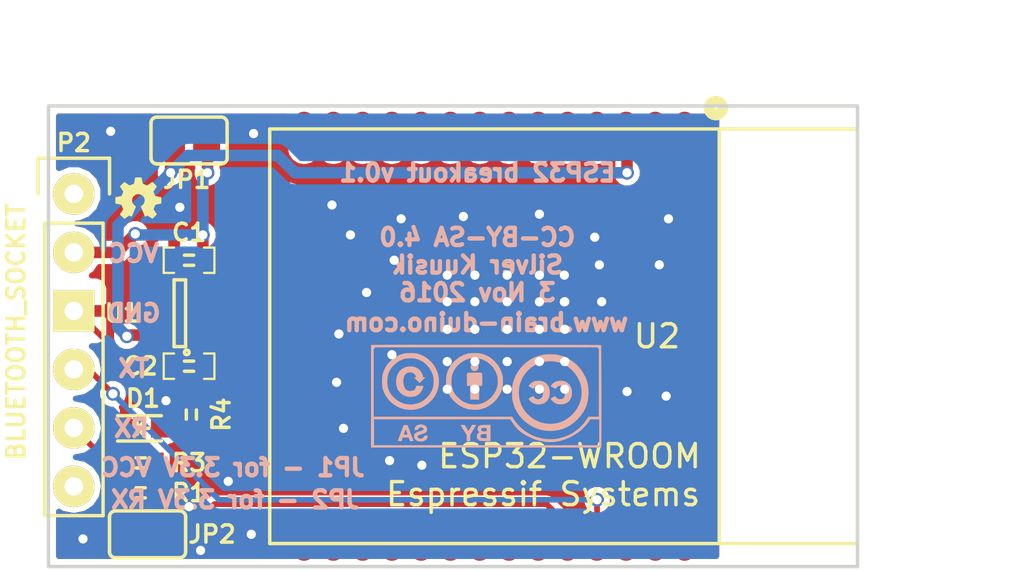
<source format=kicad_pcb>
(kicad_pcb (version 4) (host pcbnew 4.0.4-stable)

  (general
    (links 25)
    (no_connects 0)
    (area 136.124999 93.924999 171.375001 114.075001)
    (thickness 1.6)
    (drawings 17)
    (tracks 165)
    (zones 0)
    (modules 13)
    (nets 42)
  )

  (page A4)
  (layers
    (0 F.Cu signal)
    (31 B.Cu signal)
    (32 B.Adhes user)
    (33 F.Adhes user)
    (34 B.Paste user)
    (35 F.Paste user)
    (36 B.SilkS user)
    (37 F.SilkS user)
    (38 B.Mask user)
    (39 F.Mask user)
    (40 Dwgs.User user)
    (41 Cmts.User user)
    (42 Eco1.User user)
    (43 Eco2.User user)
    (44 Edge.Cuts user)
    (45 Margin user)
    (46 B.CrtYd user)
    (47 F.CrtYd user)
    (48 B.Fab user hide)
    (49 F.Fab user hide)
  )

  (setup
    (last_trace_width 0.25)
    (user_trace_width 0.2)
    (user_trace_width 0.25)
    (user_trace_width 0.5)
    (user_trace_width 0.6)
    (trace_clearance 0.2)
    (zone_clearance 0.254)
    (zone_45_only yes)
    (trace_min 0.2)
    (segment_width 0.2)
    (edge_width 0.15)
    (via_size 0.6)
    (via_drill 0.4)
    (via_min_size 0.4)
    (via_min_drill 0.3)
    (uvia_size 0.3)
    (uvia_drill 0.1)
    (uvias_allowed no)
    (uvia_min_size 0.2)
    (uvia_min_drill 0.1)
    (pcb_text_width 0.3)
    (pcb_text_size 1.5 1.5)
    (mod_edge_width 0.15)
    (mod_text_size 1 1)
    (mod_text_width 0.15)
    (pad_size 1.524 1.524)
    (pad_drill 0.762)
    (pad_to_mask_clearance 0.2)
    (aux_axis_origin 0 0)
    (visible_elements FFFFFF7F)
    (pcbplotparams
      (layerselection 0x00030_80000001)
      (usegerberextensions false)
      (excludeedgelayer true)
      (linewidth 0.100000)
      (plotframeref false)
      (viasonmask false)
      (mode 1)
      (useauxorigin false)
      (hpglpennumber 1)
      (hpglpenspeed 20)
      (hpglpendiameter 15)
      (hpglpenoverlay 2)
      (psnegative false)
      (psa4output false)
      (plotreference true)
      (plotvalue true)
      (plotinvisibletext false)
      (padsonsilk false)
      (subtractmaskfromsilk false)
      (outputformat 1)
      (mirror false)
      (drillshape 1)
      (scaleselection 1)
      (outputdirectory ""))
  )

  (net 0 "")
  (net 1 GND)
  (net 2 "Net-(D1-Pad2)")
  (net 3 "Net-(P2-Pad1)")
  (net 4 "Net-(P2-Pad6)")
  (net 5 "Net-(U1-Pad4)")
  (net 6 "Net-(C1-Pad1)")
  (net 7 "Net-(C2-Pad2)")
  (net 8 "Net-(JP2-Pad1)")
  (net 9 "Net-(JP2-Pad2)")
  (net 10 "Net-(P2-Pad4)")
  (net 11 "Net-(U2-Pad37)")
  (net 12 "Net-(U2-Pad36)")
  (net 13 "Net-(U2-Pad33)")
  (net 14 "Net-(U2-Pad32)")
  (net 15 "Net-(U2-Pad31)")
  (net 16 "Net-(U2-Pad30)")
  (net 17 "Net-(U2-Pad29)")
  (net 18 "Net-(U2-Pad28)")
  (net 19 "Net-(U2-Pad27)")
  (net 20 "Net-(U2-Pad26)")
  (net 21 "Net-(U2-Pad25)")
  (net 22 "Net-(U2-Pad24)")
  (net 23 "Net-(U2-Pad23)")
  (net 24 "Net-(U2-Pad22)")
  (net 25 "Net-(U2-Pad21)")
  (net 26 "Net-(U2-Pad20)")
  (net 27 "Net-(U2-Pad19)")
  (net 28 "Net-(U2-Pad18)")
  (net 29 "Net-(U2-Pad17)")
  (net 30 "Net-(U2-Pad16)")
  (net 31 "Net-(U2-Pad14)")
  (net 32 "Net-(U2-Pad13)")
  (net 33 "Net-(U2-Pad12)")
  (net 34 "Net-(U2-Pad11)")
  (net 35 "Net-(U2-Pad10)")
  (net 36 "Net-(U2-Pad9)")
  (net 37 "Net-(U2-Pad8)")
  (net 38 "Net-(U2-Pad7)")
  (net 39 "Net-(U2-Pad6)")
  (net 40 "Net-(U2-Pad5)")
  (net 41 "Net-(U2-Pad4)")

  (net_class Default "This is the default net class."
    (clearance 0.2)
    (trace_width 0.25)
    (via_dia 0.6)
    (via_drill 0.4)
    (uvia_dia 0.3)
    (uvia_drill 0.1)
    (add_net GND)
    (add_net "Net-(C1-Pad1)")
    (add_net "Net-(C2-Pad2)")
    (add_net "Net-(D1-Pad2)")
    (add_net "Net-(JP2-Pad1)")
    (add_net "Net-(JP2-Pad2)")
    (add_net "Net-(P2-Pad1)")
    (add_net "Net-(P2-Pad4)")
    (add_net "Net-(P2-Pad6)")
    (add_net "Net-(U1-Pad4)")
    (add_net "Net-(U2-Pad10)")
    (add_net "Net-(U2-Pad11)")
    (add_net "Net-(U2-Pad12)")
    (add_net "Net-(U2-Pad13)")
    (add_net "Net-(U2-Pad14)")
    (add_net "Net-(U2-Pad16)")
    (add_net "Net-(U2-Pad17)")
    (add_net "Net-(U2-Pad18)")
    (add_net "Net-(U2-Pad19)")
    (add_net "Net-(U2-Pad20)")
    (add_net "Net-(U2-Pad21)")
    (add_net "Net-(U2-Pad22)")
    (add_net "Net-(U2-Pad23)")
    (add_net "Net-(U2-Pad24)")
    (add_net "Net-(U2-Pad25)")
    (add_net "Net-(U2-Pad26)")
    (add_net "Net-(U2-Pad27)")
    (add_net "Net-(U2-Pad28)")
    (add_net "Net-(U2-Pad29)")
    (add_net "Net-(U2-Pad30)")
    (add_net "Net-(U2-Pad31)")
    (add_net "Net-(U2-Pad32)")
    (add_net "Net-(U2-Pad33)")
    (add_net "Net-(U2-Pad36)")
    (add_net "Net-(U2-Pad37)")
    (add_net "Net-(U2-Pad4)")
    (add_net "Net-(U2-Pad5)")
    (add_net "Net-(U2-Pad6)")
    (add_net "Net-(U2-Pad7)")
    (add_net "Net-(U2-Pad8)")
    (add_net "Net-(U2-Pad9)")
  )

  (module TO_SOT_Packages_SMD:SOT-23-5 (layer F.Cu) (tedit 581B75BC) (tstamp 57C420A6)
    (at 141.9 103 180)
    (descr "5-pin SOT23 package")
    (tags SOT-23-5)
    (path /57C4175F)
    (attr smd)
    (fp_text reference U1 (at 2.5 0 180) (layer F.SilkS)
      (effects (font (size 0.75 0.75) (thickness 0.15)))
    )
    (fp_text value LP2985-3.3 (at -0.05 2.35 180) (layer F.Fab)
      (effects (font (size 1 1) (thickness 0.15)))
    )
    (fp_line (start -1.8 -1.6) (end 1.8 -1.6) (layer F.CrtYd) (width 0.05))
    (fp_line (start 1.8 -1.6) (end 1.8 1.6) (layer F.CrtYd) (width 0.05))
    (fp_line (start 1.8 1.6) (end -1.8 1.6) (layer F.CrtYd) (width 0.05))
    (fp_line (start -1.8 1.6) (end -1.8 -1.6) (layer F.CrtYd) (width 0.05))
    (fp_circle (center -0.3 -1.7) (end -0.2 -1.7) (layer F.SilkS) (width 0.15))
    (fp_line (start 0.25 -1.45) (end -0.25 -1.45) (layer F.SilkS) (width 0.15))
    (fp_line (start 0.25 1.45) (end 0.25 -1.45) (layer F.SilkS) (width 0.15))
    (fp_line (start -0.25 1.45) (end 0.25 1.45) (layer F.SilkS) (width 0.15))
    (fp_line (start -0.25 -1.45) (end -0.25 1.45) (layer F.SilkS) (width 0.15))
    (pad 1 smd rect (at -1.1 -0.95 180) (size 1.06 0.65) (layers F.Cu F.Paste F.Mask)
      (net 6 "Net-(C1-Pad1)"))
    (pad 2 smd rect (at -1.1 0 180) (size 1.06 0.65) (layers F.Cu F.Paste F.Mask)
      (net 1 GND))
    (pad 3 smd rect (at -1.1 0.95 180) (size 1.06 0.65) (layers F.Cu F.Paste F.Mask)
      (net 6 "Net-(C1-Pad1)"))
    (pad 4 smd rect (at 1.1 0.95 180) (size 1.06 0.65) (layers F.Cu F.Paste F.Mask)
      (net 5 "Net-(U1-Pad4)"))
    (pad 5 smd rect (at 1.1 -0.95 180) (size 1.06 0.65) (layers F.Cu F.Paste F.Mask)
      (net 7 "Net-(C2-Pad2)"))
    (model TO_SOT_Packages_SMD.3dshapes/SOT-23-5.wrl
      (at (xyz 0 0 0))
      (scale (xyz 1 1 1))
      (rotate (xyz 0 0 0))
    )
  )

  (module freetronics_footprints:0402_CAP (layer F.Cu) (tedit 581B75D0) (tstamp 581B516A)
    (at 142.3 105.3 180)
    (descr <b>CAPACITOR</b><p>)
    (path /57C2E2F4)
    (fp_text reference C2 (at 2.1 0 180) (layer F.SilkS)
      (effects (font (size 0.75 0.75) (thickness 0.15)))
    )
    (fp_text value 4.7uF (at 0 0.635 180) (layer Eco1.User) hide
      (effects (font (size 0.2 0.2) (thickness 0.03048)))
    )
    (fp_line (start 0.65 0.55) (end 1.1 0.55) (layer F.SilkS) (width 0.1))
    (fp_line (start 1.1 0.55) (end 1.1 -0.55) (layer F.SilkS) (width 0.1))
    (fp_line (start 1.1 -0.55) (end 0.65 -0.55) (layer F.SilkS) (width 0.1))
    (fp_line (start -0.65 -0.55) (end -1.05 -0.55) (layer F.SilkS) (width 0.1))
    (fp_line (start -1.05 -0.55) (end -1.1 -0.55) (layer F.SilkS) (width 0.1))
    (fp_line (start -1.1 -0.55) (end -1.1 0.55) (layer F.SilkS) (width 0.1))
    (fp_line (start -1.1 0.55) (end -0.65 0.55) (layer F.SilkS) (width 0.1))
    (fp_line (start -0.2 -0.22) (end 0.2 -0.22) (layer F.SilkS) (width 0.15))
    (fp_line (start 0.2 0.22) (end -0.2 0.22) (layer F.SilkS) (width 0.15))
    (fp_line (start -1.47066 -0.4826) (end 1.47066 -0.4826) (layer Cmts.User) (width 0.0508))
    (fp_line (start 1.47066 -0.4826) (end 1.47066 0.4826) (layer Cmts.User) (width 0.0508))
    (fp_line (start 1.47066 0.4826) (end -1.47066 0.4826) (layer Cmts.User) (width 0.0508))
    (fp_line (start -1.47066 0.4826) (end -1.47066 -0.4826) (layer Cmts.User) (width 0.0508))
    (pad 1 smd rect (at -0.6477 0 180) (size 0.6985 0.89916) (layers F.Cu F.Paste F.Mask)
      (net 1 GND))
    (pad 2 smd rect (at 0.6477 0 180) (size 0.6985 0.89916) (layers F.Cu F.Paste F.Mask)
      (net 7 "Net-(C2-Pad2)"))
    (model Capacitors_SMD.3dshapes/C_0402.wrl
      (at (xyz 0 0 0))
      (scale (xyz 1 1 1))
      (rotate (xyz 0 0 0))
    )
  )

  (module freetronics_footprints:0402 (layer F.Cu) (tedit 581B75ED) (tstamp 581B5187)
    (at 140.2 110.8)
    (descr <b>CAPACITOR</b><p>)
    (path /57C2F777)
    (fp_text reference R1 (at 2.1 0) (layer F.SilkS)
      (effects (font (size 0.75 0.75) (thickness 0.15)))
    )
    (fp_text value 1k (at 0 0.635) (layer Eco1.User) hide
      (effects (font (size 0.2 0.2) (thickness 0.03048)))
    )
    (fp_line (start -0.2 -0.22) (end 0.2 -0.22) (layer F.SilkS) (width 0.15))
    (fp_line (start 0.2 0.22) (end -0.2 0.22) (layer F.SilkS) (width 0.15))
    (fp_line (start -1.47066 -0.4826) (end 1.47066 -0.4826) (layer Cmts.User) (width 0.0508))
    (fp_line (start 1.47066 -0.4826) (end 1.47066 0.4826) (layer Cmts.User) (width 0.0508))
    (fp_line (start 1.47066 0.4826) (end -1.47066 0.4826) (layer Cmts.User) (width 0.0508))
    (fp_line (start -1.47066 0.4826) (end -1.47066 -0.4826) (layer Cmts.User) (width 0.0508))
    (pad 1 smd rect (at -0.6477 0) (size 0.6985 0.89916) (layers F.Cu F.Paste F.Mask)
      (net 8 "Net-(JP2-Pad1)"))
    (pad 2 smd rect (at 0.6477 0) (size 0.6985 0.89916) (layers F.Cu F.Paste F.Mask)
      (net 9 "Net-(JP2-Pad2)"))
    (model Resistors_SMD.3dshapes/R_0402.wrl
      (at (xyz 0 0 0))
      (scale (xyz 1 1 1))
      (rotate (xyz 0 0 0))
    )
  )

  (module freetronics_footprints:SJ_OPEN (layer F.Cu) (tedit 581B75DC) (tstamp 581B6375)
    (at 142.3 95.5 180)
    (descr "<b>Solder jumper</b>")
    (path /581B6AAE)
    (fp_text reference JP1 (at 0.1 -1.7 180) (layer F.SilkS)
      (effects (font (size 0.75 0.75) (thickness 0.15)))
    )
    (fp_text value JUMPER (at 0 1.6 180) (layer Eco1.User) hide
      (effects (font (size 0.6 0.6) (thickness 0.1)))
    )
    (fp_line (start 1.397 1.016) (end -1.397 1.016) (layer F.SilkS) (width 0.1524))
    (fp_arc (start 1.397 -0.762) (end 1.397 -1.016) (angle 90) (layer F.SilkS) (width 0.1524))
    (fp_arc (start -1.397 -0.762) (end -1.651 -0.762) (angle 90) (layer F.SilkS) (width 0.1524))
    (fp_arc (start -1.397 0.762) (end -1.651 0.762) (angle -90) (layer F.SilkS) (width 0.1524))
    (fp_arc (start 1.397 0.762) (end 1.397 1.016) (angle -90) (layer F.SilkS) (width 0.1524))
    (fp_line (start 1.651 0.762) (end 1.651 -0.762) (layer F.SilkS) (width 0.1524))
    (fp_line (start -1.651 0.762) (end -1.651 -0.762) (layer F.SilkS) (width 0.1524))
    (fp_line (start -1.397 -1.016) (end 1.397 -1.016) (layer F.SilkS) (width 0.1524))
    (fp_line (start 1.016 0) (end 1.524 0) (layer Cmts.User) (width 0.1524))
    (fp_line (start -1.016 0) (end -1.524 0) (layer Cmts.User) (width 0.1524))
    (fp_arc (start -0.254 0) (end -0.254 0.127) (angle 180) (layer Cmts.User) (width 1.27))
    (fp_arc (start 0.254 0) (end 0.254 -0.127) (angle 180) (layer Cmts.User) (width 1.27))
    (pad 1 smd rect (at -0.762 0 180) (size 1.1684 1.6002) (layers F.Cu F.Mask)
      (net 6 "Net-(C1-Pad1)"))
    (pad 2 smd rect (at 0.762 0 180) (size 1.1684 1.6002) (layers F.Cu F.Mask)
      (net 7 "Net-(C2-Pad2)"))
  )

  (module freetronics_footprints:0402 (layer F.Cu) (tedit 581B75FC) (tstamp 581B518C)
    (at 140.2 109.5)
    (descr <b>CAPACITOR</b><p>)
    (path /57C2F3C0)
    (fp_text reference R3 (at 2.1 0) (layer F.SilkS)
      (effects (font (size 0.75 0.75) (thickness 0.15)))
    )
    (fp_text value 2k (at 0 0.635) (layer Eco1.User) hide
      (effects (font (size 0.2 0.2) (thickness 0.03048)))
    )
    (fp_line (start -0.2 -0.22) (end 0.2 -0.22) (layer F.SilkS) (width 0.15))
    (fp_line (start 0.2 0.22) (end -0.2 0.22) (layer F.SilkS) (width 0.15))
    (fp_line (start -1.47066 -0.4826) (end 1.47066 -0.4826) (layer Cmts.User) (width 0.0508))
    (fp_line (start 1.47066 -0.4826) (end 1.47066 0.4826) (layer Cmts.User) (width 0.0508))
    (fp_line (start 1.47066 0.4826) (end -1.47066 0.4826) (layer Cmts.User) (width 0.0508))
    (fp_line (start -1.47066 0.4826) (end -1.47066 -0.4826) (layer Cmts.User) (width 0.0508))
    (pad 1 smd rect (at -0.6477 0) (size 0.6985 0.89916) (layers F.Cu F.Paste F.Mask)
      (net 1 GND))
    (pad 2 smd rect (at 0.6477 0) (size 0.6985 0.89916) (layers F.Cu F.Paste F.Mask)
      (net 9 "Net-(JP2-Pad2)"))
    (model Resistors_SMD.3dshapes/R_0402.wrl
      (at (xyz 0 0 0))
      (scale (xyz 1 1 1))
      (rotate (xyz 0 0 0))
    )
  )

  (module LEDs:LED_0603 (layer F.Cu) (tedit 57C365A3) (tstamp 57C2FF16)
    (at 140.3 108)
    (descr "LED 0603 smd package")
    (tags "LED led 0603 SMD smd SMT smt smdled SMDLED smtled SMTLED")
    (path /57C2E240)
    (attr smd)
    (fp_text reference D1 (at 0 -1.3) (layer F.SilkS)
      (effects (font (size 0.75 0.75) (thickness 0.15)))
    )
    (fp_text value LED (at 0 1.5) (layer F.Fab)
      (effects (font (size 1 1) (thickness 0.15)))
    )
    (fp_line (start -1.1 0.55) (end 0.8 0.55) (layer F.SilkS) (width 0.15))
    (fp_line (start -1.1 -0.55) (end 0.8 -0.55) (layer F.SilkS) (width 0.15))
    (fp_line (start -0.2 0) (end 0.25 0) (layer F.SilkS) (width 0.15))
    (fp_line (start -0.25 -0.25) (end -0.25 0.25) (layer F.SilkS) (width 0.15))
    (fp_line (start -0.25 0) (end 0 -0.25) (layer F.SilkS) (width 0.15))
    (fp_line (start 0 -0.25) (end 0 0.25) (layer F.SilkS) (width 0.15))
    (fp_line (start 0 0.25) (end -0.25 0) (layer F.SilkS) (width 0.15))
    (fp_line (start 1.4 -0.75) (end 1.4 0.75) (layer F.CrtYd) (width 0.05))
    (fp_line (start 1.4 0.75) (end -1.4 0.75) (layer F.CrtYd) (width 0.05))
    (fp_line (start -1.4 0.75) (end -1.4 -0.75) (layer F.CrtYd) (width 0.05))
    (fp_line (start -1.4 -0.75) (end 1.4 -0.75) (layer F.CrtYd) (width 0.05))
    (pad 2 smd rect (at 0.7493 0 180) (size 0.79756 0.79756) (layers F.Cu F.Paste F.Mask)
      (net 2 "Net-(D1-Pad2)"))
    (pad 1 smd rect (at -0.7493 0 180) (size 0.79756 0.79756) (layers F.Cu F.Paste F.Mask)
      (net 1 GND))
    (model LEDs.3dshapes/LED_0603.wrl
      (at (xyz 0 0 0))
      (scale (xyz 1 1 1))
      (rotate (xyz 0 0 180))
    )
  )

  (module freetronics_footprints:SJ_OPEN (layer F.Cu) (tedit 581B8A9C) (tstamp 58288100)
    (at 140.5 112.6)
    (descr "<b>Solder jumper</b>")
    (path /581B8A9B)
    (fp_text reference JP2 (at 2.8 0) (layer F.SilkS)
      (effects (font (size 0.75 0.75) (thickness 0.15)))
    )
    (fp_text value JUMPER (at 0 1.6) (layer Eco1.User) hide
      (effects (font (size 0.6 0.6) (thickness 0.1)))
    )
    (fp_line (start 1.397 1.016) (end -1.397 1.016) (layer F.SilkS) (width 0.1524))
    (fp_arc (start 1.397 -0.762) (end 1.397 -1.016) (angle 90) (layer F.SilkS) (width 0.1524))
    (fp_arc (start -1.397 -0.762) (end -1.651 -0.762) (angle 90) (layer F.SilkS) (width 0.1524))
    (fp_arc (start -1.397 0.762) (end -1.651 0.762) (angle -90) (layer F.SilkS) (width 0.1524))
    (fp_arc (start 1.397 0.762) (end 1.397 1.016) (angle -90) (layer F.SilkS) (width 0.1524))
    (fp_line (start 1.651 0.762) (end 1.651 -0.762) (layer F.SilkS) (width 0.1524))
    (fp_line (start -1.651 0.762) (end -1.651 -0.762) (layer F.SilkS) (width 0.1524))
    (fp_line (start -1.397 -1.016) (end 1.397 -1.016) (layer F.SilkS) (width 0.1524))
    (fp_line (start 1.016 0) (end 1.524 0) (layer Cmts.User) (width 0.1524))
    (fp_line (start -1.016 0) (end -1.524 0) (layer Cmts.User) (width 0.1524))
    (fp_arc (start -0.254 0) (end -0.254 0.127) (angle 180) (layer Cmts.User) (width 1.27))
    (fp_arc (start 0.254 0) (end 0.254 -0.127) (angle 180) (layer Cmts.User) (width 1.27))
    (pad 1 smd rect (at -0.762 0) (size 1.1684 1.6002) (layers F.Cu F.Mask)
      (net 8 "Net-(JP2-Pad1)"))
    (pad 2 smd rect (at 0.762 0) (size 1.1684 1.6002) (layers F.Cu F.Mask)
      (net 9 "Net-(JP2-Pad2)"))
  )

  (module freetronics_footprints:0402 (layer F.Cu) (tedit 581B75E5) (tstamp 581B5191)
    (at 142.4 107.4 90)
    (descr <b>CAPACITOR</b><p>)
    (path /57C2E26C)
    (fp_text reference R4 (at 0 1.3 90) (layer F.SilkS)
      (effects (font (size 0.75 0.75) (thickness 0.15)))
    )
    (fp_text value 4.7k (at 0 0.635 90) (layer Eco1.User) hide
      (effects (font (size 0.2 0.2) (thickness 0.03048)))
    )
    (fp_line (start -0.2 -0.22) (end 0.2 -0.22) (layer F.SilkS) (width 0.15))
    (fp_line (start 0.2 0.22) (end -0.2 0.22) (layer F.SilkS) (width 0.15))
    (fp_line (start -1.47066 -0.4826) (end 1.47066 -0.4826) (layer Cmts.User) (width 0.0508))
    (fp_line (start 1.47066 -0.4826) (end 1.47066 0.4826) (layer Cmts.User) (width 0.0508))
    (fp_line (start 1.47066 0.4826) (end -1.47066 0.4826) (layer Cmts.User) (width 0.0508))
    (fp_line (start -1.47066 0.4826) (end -1.47066 -0.4826) (layer Cmts.User) (width 0.0508))
    (pad 1 smd rect (at -0.6477 0 90) (size 0.6985 0.89916) (layers F.Cu F.Paste F.Mask)
      (net 2 "Net-(D1-Pad2)"))
    (pad 2 smd rect (at 0.6477 0 90) (size 0.6985 0.89916) (layers F.Cu F.Paste F.Mask)
      (net 7 "Net-(C2-Pad2)"))
    (model Resistors_SMD.3dshapes/R_0402.wrl
      (at (xyz 0 0 0))
      (scale (xyz 1 1 1))
      (rotate (xyz 0 0 0))
    )
  )

  (module freetronics_footprints:0402_CAP (layer F.Cu) (tedit 581B7773) (tstamp 581B5165)
    (at 142.3 100.7 180)
    (descr <b>CAPACITOR</b><p>)
    (path /57C2E2CC)
    (fp_text reference C1 (at 0 1.2 180) (layer F.SilkS)
      (effects (font (size 0.75 0.75) (thickness 0.15)))
    )
    (fp_text value 4.7uF (at 0 0.635 180) (layer Eco1.User) hide
      (effects (font (size 0.2 0.2) (thickness 0.03048)))
    )
    (fp_line (start 0.65 0.55) (end 1.1 0.55) (layer F.SilkS) (width 0.1))
    (fp_line (start 1.1 0.55) (end 1.1 -0.55) (layer F.SilkS) (width 0.1))
    (fp_line (start 1.1 -0.55) (end 0.65 -0.55) (layer F.SilkS) (width 0.1))
    (fp_line (start -0.65 -0.55) (end -1.05 -0.55) (layer F.SilkS) (width 0.1))
    (fp_line (start -1.05 -0.55) (end -1.1 -0.55) (layer F.SilkS) (width 0.1))
    (fp_line (start -1.1 -0.55) (end -1.1 0.55) (layer F.SilkS) (width 0.1))
    (fp_line (start -1.1 0.55) (end -0.65 0.55) (layer F.SilkS) (width 0.1))
    (fp_line (start -0.2 -0.22) (end 0.2 -0.22) (layer F.SilkS) (width 0.15))
    (fp_line (start 0.2 0.22) (end -0.2 0.22) (layer F.SilkS) (width 0.15))
    (fp_line (start -1.47066 -0.4826) (end 1.47066 -0.4826) (layer Cmts.User) (width 0.0508))
    (fp_line (start 1.47066 -0.4826) (end 1.47066 0.4826) (layer Cmts.User) (width 0.0508))
    (fp_line (start 1.47066 0.4826) (end -1.47066 0.4826) (layer Cmts.User) (width 0.0508))
    (fp_line (start -1.47066 0.4826) (end -1.47066 -0.4826) (layer Cmts.User) (width 0.0508))
    (pad 1 smd rect (at -0.6477 0 180) (size 0.6985 0.89916) (layers F.Cu F.Paste F.Mask)
      (net 6 "Net-(C1-Pad1)"))
    (pad 2 smd rect (at 0.6477 0 180) (size 0.6985 0.89916) (layers F.Cu F.Paste F.Mask)
      (net 1 GND))
    (model Capacitors_SMD.3dshapes/C_0402.wrl
      (at (xyz 0 0 0))
      (scale (xyz 1 1 1))
      (rotate (xyz 0 0 0))
    )
  )

  (module Brain_Duino:Bluetooth_Socket (layer F.Cu) (tedit 57C4247F) (tstamp 57C2FF58)
    (at 137.3 97.82)
    (descr "Through hole pin header")
    (tags "pin header")
    (path /57C2E20B)
    (fp_text reference P2 (at 0 -2.22) (layer F.SilkS)
      (effects (font (size 0.75 0.75) (thickness 0.15)))
    )
    (fp_text value BLUETOOTH_SOCKET (at -2.5 5.98 90) (layer F.SilkS)
      (effects (font (size 0.75 0.75) (thickness 0.15)))
    )
    (fp_line (start -1.75 -1.75) (end -1.75 14.45) (layer F.CrtYd) (width 0.05))
    (fp_line (start 1.75 -1.75) (end 1.75 14.45) (layer F.CrtYd) (width 0.05))
    (fp_line (start -1.75 -1.75) (end 1.75 -1.75) (layer F.CrtYd) (width 0.05))
    (fp_line (start -1.75 14.45) (end 1.75 14.45) (layer F.CrtYd) (width 0.05))
    (fp_line (start 1.27 1.27) (end 1.27 13.97) (layer F.SilkS) (width 0.15))
    (fp_line (start 1.27 13.97) (end -1.27 13.97) (layer F.SilkS) (width 0.15))
    (fp_line (start -1.27 13.97) (end -1.27 1.27) (layer F.SilkS) (width 0.15))
    (fp_line (start 1.55 -1.55) (end 1.55 0) (layer F.SilkS) (width 0.15))
    (fp_line (start 1.27 1.27) (end -1.27 1.27) (layer F.SilkS) (width 0.15))
    (fp_line (start -1.55 0) (end -1.55 -1.55) (layer F.SilkS) (width 0.15))
    (fp_line (start -1.55 -1.55) (end 1.55 -1.55) (layer F.SilkS) (width 0.15))
    (pad 1 thru_hole circle (at 0 0) (size 1.8 1.8) (drill 0.8) (layers *.Cu *.Mask F.SilkS)
      (net 3 "Net-(P2-Pad1)"))
    (pad 2 thru_hole oval (at 0 2.54) (size 1.8 1.8) (drill 0.8) (layers *.Cu *.Mask F.SilkS)
      (net 6 "Net-(C1-Pad1)"))
    (pad 3 thru_hole rect (at 0 5.08) (size 1.8 1.8) (drill 0.8) (layers *.Cu *.Mask F.SilkS)
      (net 1 GND))
    (pad 4 thru_hole oval (at 0 7.62) (size 1.8 1.8) (drill 0.8) (layers *.Cu *.Mask F.SilkS)
      (net 10 "Net-(P2-Pad4)"))
    (pad 5 thru_hole oval (at 0 10.16) (size 1.8 1.8) (drill 0.8) (layers *.Cu *.Mask F.SilkS)
      (net 8 "Net-(JP2-Pad1)"))
    (pad 6 thru_hole oval (at 0 12.7) (size 1.8 1.8) (drill 0.8) (layers *.Cu *.Mask F.SilkS)
      (net 4 "Net-(P2-Pad6)"))
  )

  (module Brain_Duino:ESP32-WROOM-V2 (layer F.Cu) (tedit 581BA6F7) (tstamp 581B9F66)
    (at 158.55 104 90)
    (path /581B9A48)
    (fp_text reference U2 (at 0 4.05 360) (layer F.SilkS)
      (effects (font (size 1 1) (thickness 0.15)))
    )
    (fp_text value ESP32-WROOM (at 5.715 14.224 90) (layer F.Fab)
      (effects (font (size 1 1) (thickness 0.15)))
    )
    (fp_text user "Espressif Systems" (at -6.858 -0.889 180) (layer F.SilkS)
      (effects (font (size 1 1) (thickness 0.15)))
    )
    (fp_circle (center 9.906 6.604) (end 10.033 6.858) (layer F.SilkS) (width 0.5))
    (fp_text user ESP32-WROOM (at -5.207 0.254 180) (layer F.SilkS)
      (effects (font (size 1 1) (thickness 0.15)))
    )
    (fp_line (start -9 6.75) (end 9 6.75) (layer F.SilkS) (width 0.15))
    (fp_line (start 9 12.75) (end 9 -12.75) (layer F.SilkS) (width 0.15))
    (fp_line (start -9 12.75) (end -9 -12.75) (layer F.SilkS) (width 0.15))
    (fp_line (start -9 -12.75) (end 9 -12.75) (layer F.SilkS) (width 0.15))
    (fp_line (start -9 12.75) (end 9 12.75) (layer F.SilkS) (width 0.15))
    (pad 38 smd oval (at -8.75 5.25 90) (size 2 0.9) (layers F.Cu F.Paste F.Mask)
      (net 1 GND))
    (pad 37 smd oval (at -8.75 3.98 90) (size 2 0.9) (layers F.Cu F.Paste F.Mask)
      (net 11 "Net-(U2-Pad37)"))
    (pad 36 smd oval (at -8.75 2.71 90) (size 2 0.9) (layers F.Cu F.Paste F.Mask)
      (net 12 "Net-(U2-Pad36)"))
    (pad 35 smd oval (at -8.75 1.44 90) (size 2 0.9) (layers F.Cu F.Paste F.Mask)
      (net 10 "Net-(P2-Pad4)"))
    (pad 34 smd oval (at -8.75 0.17 90) (size 2 0.9) (layers F.Cu F.Paste F.Mask)
      (net 9 "Net-(JP2-Pad2)"))
    (pad 33 smd oval (at -8.75 -1.1 90) (size 2 0.9) (layers F.Cu F.Paste F.Mask)
      (net 13 "Net-(U2-Pad33)"))
    (pad 32 smd oval (at -8.75 -2.37 90) (size 2 0.9) (layers F.Cu F.Paste F.Mask)
      (net 14 "Net-(U2-Pad32)"))
    (pad 31 smd oval (at -8.75 -3.64 90) (size 2 0.9) (layers F.Cu F.Paste F.Mask)
      (net 15 "Net-(U2-Pad31)"))
    (pad 30 smd oval (at -8.75 -4.91 90) (size 2 0.9) (layers F.Cu F.Paste F.Mask)
      (net 16 "Net-(U2-Pad30)"))
    (pad 29 smd oval (at -8.75 -6.18 90) (size 2 0.9) (layers F.Cu F.Paste F.Mask)
      (net 17 "Net-(U2-Pad29)"))
    (pad 28 smd oval (at -8.75 -7.45 90) (size 2 0.9) (layers F.Cu F.Paste F.Mask)
      (net 18 "Net-(U2-Pad28)"))
    (pad 27 smd oval (at -8.75 -8.72 90) (size 2 0.9) (layers F.Cu F.Paste F.Mask)
      (net 19 "Net-(U2-Pad27)"))
    (pad 26 smd oval (at -8.75 -9.99 90) (size 2 0.9) (layers F.Cu F.Paste F.Mask)
      (net 20 "Net-(U2-Pad26)"))
    (pad 25 smd oval (at -8.75 -11.26 90) (size 2 0.9) (layers F.Cu F.Paste F.Mask)
      (net 21 "Net-(U2-Pad25)"))
    (pad 24 smd oval (at -5.715 -12.75 90) (size 0.9 2.5) (layers F.Cu F.Paste F.Mask)
      (net 22 "Net-(U2-Pad24)"))
    (pad 23 smd oval (at -4.445 -12.75 90) (size 0.9 2.5) (layers F.Cu F.Paste F.Mask)
      (net 23 "Net-(U2-Pad23)"))
    (pad 22 smd oval (at -3.175 -12.75 90) (size 0.9 2.5) (layers F.Cu F.Paste F.Mask)
      (net 24 "Net-(U2-Pad22)"))
    (pad 21 smd oval (at -1.905 -12.75 90) (size 0.9 2.5) (layers F.Cu F.Paste F.Mask)
      (net 25 "Net-(U2-Pad21)"))
    (pad 20 smd oval (at -0.635 -12.75 90) (size 0.9 2.5) (layers F.Cu F.Paste F.Mask)
      (net 26 "Net-(U2-Pad20)"))
    (pad 19 smd oval (at 0.635 -12.75 90) (size 0.9 2.5) (layers F.Cu F.Paste F.Mask)
      (net 27 "Net-(U2-Pad19)"))
    (pad 18 smd oval (at 1.905 -12.75 90) (size 0.9 2.5) (layers F.Cu F.Paste F.Mask)
      (net 28 "Net-(U2-Pad18)"))
    (pad 17 smd oval (at 3.175 -12.75 90) (size 0.9 2.5) (layers F.Cu F.Paste F.Mask)
      (net 29 "Net-(U2-Pad17)"))
    (pad 16 smd oval (at 4.445 -12.75 90) (size 0.9 2.5) (layers F.Cu F.Paste F.Mask)
      (net 30 "Net-(U2-Pad16)"))
    (pad 15 smd oval (at 5.715 -12.75 90) (size 0.9 2.5) (layers F.Cu F.Paste F.Mask)
      (net 1 GND))
    (pad 14 smd oval (at 8.75 -11.26 90) (size 2 0.9) (layers F.Cu F.Paste F.Mask)
      (net 31 "Net-(U2-Pad14)"))
    (pad 13 smd oval (at 8.75 -9.99 90) (size 2 0.9) (layers F.Cu F.Paste F.Mask)
      (net 32 "Net-(U2-Pad13)"))
    (pad 12 smd oval (at 8.75 -8.72 90) (size 2 0.9) (layers F.Cu F.Paste F.Mask)
      (net 33 "Net-(U2-Pad12)"))
    (pad 11 smd oval (at 8.75 -7.45 90) (size 2 0.9) (layers F.Cu F.Paste F.Mask)
      (net 34 "Net-(U2-Pad11)"))
    (pad 10 smd oval (at 8.75 -6.18 90) (size 2 0.9) (layers F.Cu F.Paste F.Mask)
      (net 35 "Net-(U2-Pad10)"))
    (pad 9 smd oval (at 8.75 -4.91 90) (size 2 0.9) (layers F.Cu F.Paste F.Mask)
      (net 36 "Net-(U2-Pad9)"))
    (pad 8 smd oval (at 8.75 -3.64 90) (size 2 0.9) (layers F.Cu F.Paste F.Mask)
      (net 37 "Net-(U2-Pad8)"))
    (pad 7 smd oval (at 8.75 -2.37 90) (size 2 0.9) (layers F.Cu F.Paste F.Mask)
      (net 38 "Net-(U2-Pad7)"))
    (pad 6 smd oval (at 8.75 -1.1 90) (size 2 0.9) (layers F.Cu F.Paste F.Mask)
      (net 39 "Net-(U2-Pad6)"))
    (pad 5 smd oval (at 8.75 0.17 90) (size 2 0.9) (layers F.Cu F.Paste F.Mask)
      (net 40 "Net-(U2-Pad5)"))
    (pad 4 smd oval (at 8.75 1.44 90) (size 2 0.9) (layers F.Cu F.Paste F.Mask)
      (net 41 "Net-(U2-Pad4)"))
    (pad 3 smd oval (at 8.75 2.71 90) (size 2 0.9) (layers F.Cu F.Paste F.Mask)
      (net 7 "Net-(C2-Pad2)"))
    (pad 2 smd oval (at 8.75 3.98 90) (size 2 0.9) (layers F.Cu F.Paste F.Mask)
      (net 7 "Net-(C2-Pad2)"))
    (pad 1 smd oval (at 8.75 5.25 90) (size 2 0.9) (layers F.Cu F.Paste F.Mask)
      (net 1 GND))
    (pad 39 smd rect (at 0.3 -2.45 90) (size 6 6) (layers F.Cu F.Paste F.Mask)
      (net 1 GND))
    (model ESP32.3dshapes/ESP-32S.wrl
      (at (xyz 0 0 0))
      (scale (xyz 0.39 0.39 0.39))
      (rotate (xyz 0 0 180))
    )
  )

  (module w_logo:Logo_silk_CC-BY-SA_10x4.5mm (layer B.Cu) (tedit 0) (tstamp 581D8635)
    (at 155.2 106.6 180)
    (descr "CC BY-SA logo, 10x4.5mm")
    (fp_text reference G*** (at 1.9 -0.5 180) (layer B.SilkS) hide
      (effects (font (size 0.2286 0.2286) (thickness 0.04572)) (justify mirror))
    )
    (fp_text value LOGO (at 1.9 1.7 180) (layer B.SilkS) hide
      (effects (font (size 0.2286 0.2286) (thickness 0.04572)) (justify mirror))
    )
    (fp_poly (pts (xy 5.00634 -2.23266) (xy 4.89204 -2.23266) (xy 4.89204 -0.89154) (xy 4.89204 0.57404)
      (xy 4.89204 2.0447) (xy 4.85394 2.0828) (xy 4.81584 2.11836) (xy 0.00508 2.11836)
      (xy -4.80314 2.11836) (xy -4.84124 2.0828) (xy -4.87934 2.0447) (xy -4.87934 0.57404)
      (xy -4.8768 -0.89154) (xy -4.65074 -0.89408) (xy -4.42468 -0.89408) (xy -4.34086 -1.02362)
      (xy -4.21894 -1.19126) (xy -4.0767 -1.34366) (xy -3.91668 -1.48082) (xy -3.74142 -1.6002)
      (xy -3.55346 -1.69926) (xy -3.35534 -1.778) (xy -3.1496 -1.83388) (xy -2.9845 -1.86182)
      (xy -2.89814 -1.86944) (xy -2.79654 -1.87198) (xy -2.68478 -1.86944) (xy -2.57556 -1.86182)
      (xy -2.4765 -1.84912) (xy -2.41554 -1.83896) (xy -2.19964 -1.78308) (xy -1.99644 -1.70434)
      (xy -1.80848 -1.60782) (xy -1.63068 -1.4859) (xy -1.46558 -1.34112) (xy -1.397 -1.27254)
      (xy -1.34112 -1.21158) (xy -1.28524 -1.14046) (xy -1.2319 -1.06934) (xy -1.19888 -1.02362)
      (xy -1.1176 -0.89408) (xy 1.88468 -0.89408) (xy 4.89204 -0.89154) (xy 4.89204 -2.23266)
      (xy 4.8768 -2.23266) (xy 4.8768 -2.13106) (xy 4.8768 -1.56972) (xy 4.8768 -1.00838)
      (xy 1.92024 -1.00838) (xy -1.03378 -1.00838) (xy -1.11252 -1.12522) (xy -1.20904 -1.26238)
      (xy -1.30556 -1.38176) (xy -1.40462 -1.48082) (xy -1.50876 -1.56972) (xy -1.6256 -1.64846)
      (xy -1.71196 -1.69926) (xy -1.85166 -1.77038) (xy -1.97612 -1.8288) (xy -2.09296 -1.87706)
      (xy -2.21234 -1.91516) (xy -2.3368 -1.94564) (xy -2.34188 -1.94564) (xy -2.52476 -1.9812)
      (xy -2.69748 -1.99644) (xy -2.86258 -1.99644) (xy -3.03022 -1.97866) (xy -3.2004 -1.94564)
      (xy -3.39598 -1.88722) (xy -3.59156 -1.80594) (xy -3.79222 -1.69672) (xy -3.99288 -1.56464)
      (xy -4.06146 -1.51638) (xy -4.11226 -1.4732) (xy -4.17322 -1.41478) (xy -4.23672 -1.34874)
      (xy -4.30276 -1.28016) (xy -4.36626 -1.2065) (xy -4.4196 -1.14046) (xy -4.46278 -1.08204)
      (xy -4.48564 -1.04648) (xy -4.50596 -1.00838) (xy -4.699 -1.00838) (xy -4.89204 -1.00838)
      (xy -4.89204 -1.56972) (xy -4.89204 -2.13106) (xy -0.00508 -2.13106) (xy 4.8768 -2.13106)
      (xy 4.8768 -2.23266) (xy 0.0127 -2.23266) (xy -4.9784 -2.23266) (xy -4.98602 -2.05232)
      (xy -4.98856 -2.01422) (xy -4.98856 -1.9558) (xy -4.98856 -1.87452) (xy -4.98856 -1.77546)
      (xy -4.9911 -1.65862) (xy -4.9911 -1.52654) (xy -4.9911 -1.37922) (xy -4.9911 -1.2192)
      (xy -4.9911 -1.04902) (xy -4.9911 -0.86868) (xy -4.9911 -0.68072) (xy -4.9911 -0.48768)
      (xy -4.9911 -0.28956) (xy -4.9911 -0.0889) (xy -4.9911 0.11176) (xy -4.9911 0.31496)
      (xy -4.98856 0.51562) (xy -4.98856 0.7112) (xy -4.98856 0.90424) (xy -4.98856 1.08966)
      (xy -4.98602 1.26492) (xy -4.98602 1.43256) (xy -4.98348 1.5875) (xy -4.98348 1.72974)
      (xy -4.98348 1.85674) (xy -4.98094 1.96596) (xy -4.98094 2.05994) (xy -4.9784 2.13106)
      (xy -4.9784 2.1844) (xy -4.97586 2.21234) (xy -4.97586 2.21742) (xy -4.96316 2.21742)
      (xy -4.92506 2.21742) (xy -4.8641 2.21996) (xy -4.78028 2.21996) (xy -4.67614 2.21996)
      (xy -4.54914 2.21996) (xy -4.4069 2.2225) (xy -4.24434 2.2225) (xy -4.064 2.2225)
      (xy -3.86842 2.2225) (xy -3.6576 2.22504) (xy -3.43408 2.22504) (xy -3.19532 2.22504)
      (xy -2.9464 2.22504) (xy -2.68732 2.22504) (xy -2.41808 2.22758) (xy -2.14122 2.22758)
      (xy -1.8542 2.22758) (xy -1.56464 2.22758) (xy -1.26746 2.22758) (xy -0.9652 2.22758)
      (xy -0.6604 2.23012) (xy -0.35306 2.23012) (xy -0.04318 2.23012) (xy 0.26162 2.23012)
      (xy 0.56896 2.23012) (xy 0.87376 2.23012) (xy 1.17602 2.23012) (xy 1.47574 2.23012)
      (xy 1.76784 2.23012) (xy 2.05486 2.23012) (xy 2.33426 2.23012) (xy 2.60604 2.23012)
      (xy 2.86766 2.23012) (xy 3.11912 2.23012) (xy 3.35788 2.23012) (xy 3.58394 2.23012)
      (xy 3.7973 2.23012) (xy 3.99542 2.23012) (xy 4.1783 2.23012) (xy 4.34594 2.23012)
      (xy 4.49326 2.22758) (xy 4.6228 2.22758) (xy 4.72948 2.22758) (xy 4.81838 2.22758)
      (xy 4.88442 2.22504) (xy 4.9276 2.22504) (xy 4.94538 2.22504) (xy 5.00634 2.21742)
      (xy 5.00634 -0.00762) (xy 5.00634 -2.23266) (xy 5.00634 -2.23266)) (layer B.SilkS) (width 0.00254))
    (fp_poly (pts (xy 3.13944 -1.77546) (xy 3.12674 -1.82372) (xy 3.0988 -1.86944) (xy 3.08864 -1.88214)
      (xy 3.03784 -1.92278) (xy 2.96926 -1.95326) (xy 2.89052 -1.9685) (xy 2.81178 -1.97104)
      (xy 2.80162 -1.9685) (xy 2.71272 -1.94818) (xy 2.6416 -1.91008) (xy 2.58826 -1.85928)
      (xy 2.55524 -1.79324) (xy 2.5527 -1.78562) (xy 2.54508 -1.74752) (xy 2.5527 -1.72466)
      (xy 2.57556 -1.71196) (xy 2.61874 -1.71196) (xy 2.6289 -1.71196) (xy 2.66954 -1.71704)
      (xy 2.6924 -1.72466) (xy 2.70256 -1.7399) (xy 2.71018 -1.76022) (xy 2.73812 -1.80594)
      (xy 2.7813 -1.83388) (xy 2.83464 -1.84912) (xy 2.8956 -1.84404) (xy 2.93116 -1.83134)
      (xy 2.96926 -1.80848) (xy 2.9845 -1.78054) (xy 2.98196 -1.74498) (xy 2.97434 -1.7272)
      (xy 2.95656 -1.70942) (xy 2.92354 -1.69418) (xy 2.87528 -1.67386) (xy 2.8067 -1.65354)
      (xy 2.7686 -1.64084) (xy 2.71018 -1.62052) (xy 2.667 -1.60274) (xy 2.63652 -1.58242)
      (xy 2.61874 -1.56464) (xy 2.58318 -1.50622) (xy 2.57048 -1.45034) (xy 2.57556 -1.39192)
      (xy 2.60096 -1.34112) (xy 2.64414 -1.2954) (xy 2.69748 -1.25984) (xy 2.76352 -1.23698)
      (xy 2.83718 -1.22936) (xy 2.9083 -1.23698) (xy 2.99212 -1.25984) (xy 3.05308 -1.29794)
      (xy 3.09118 -1.34874) (xy 3.1115 -1.41224) (xy 3.1115 -1.41478) (xy 3.11912 -1.46812)
      (xy 3.04546 -1.46812) (xy 3.00482 -1.46558) (xy 2.98196 -1.4605) (xy 2.96926 -1.45034)
      (xy 2.9591 -1.42748) (xy 2.9337 -1.38938) (xy 2.89306 -1.36398) (xy 2.8448 -1.35382)
      (xy 2.79654 -1.3589) (xy 2.75336 -1.38176) (xy 2.75082 -1.3843) (xy 2.72542 -1.41224)
      (xy 2.72288 -1.43256) (xy 2.73558 -1.45796) (xy 2.74066 -1.46558) (xy 2.7686 -1.48336)
      (xy 2.82194 -1.50622) (xy 2.89814 -1.52908) (xy 2.90322 -1.52908) (xy 2.98958 -1.55702)
      (xy 3.05054 -1.58496) (xy 3.09372 -1.61544) (xy 3.12166 -1.65608) (xy 3.1369 -1.70434)
      (xy 3.1369 -1.7145) (xy 3.13944 -1.77546) (xy 3.13944 -1.77546)) (layer B.SilkS) (width 0.00254))
    (fp_poly (pts (xy 0.41656 -1.77546) (xy 0.39624 -1.8415) (xy 0.3556 -1.89484) (xy 0.29972 -1.92786)
      (xy 0.27686 -1.93802) (xy 0.254 -1.9431) (xy 0.254 -1.73482) (xy 0.24892 -1.69672)
      (xy 0.23368 -1.67132) (xy 0.2286 -1.66878) (xy 0.2286 -1.44272) (xy 0.2159 -1.40716)
      (xy 0.20828 -1.397) (xy 0.18796 -1.38684) (xy 0.15494 -1.38176) (xy 0.09906 -1.37922)
      (xy 0.0889 -1.37922) (xy -0.00762 -1.37922) (xy -0.0127 -1.41986) (xy -0.01524 -1.4605)
      (xy -0.01524 -1.49606) (xy -0.01016 -1.51384) (xy -0.00254 -1.524) (xy 0.0127 -1.52908)
      (xy 0.04826 -1.53162) (xy 0.07874 -1.53162) (xy 0.14478 -1.52908) (xy 0.18796 -1.51892)
      (xy 0.20066 -1.5113) (xy 0.22352 -1.48082) (xy 0.2286 -1.44272) (xy 0.2286 -1.66878)
      (xy 0.2032 -1.65608) (xy 0.1524 -1.64846) (xy 0.09144 -1.64592) (xy -0.01016 -1.64592)
      (xy -0.01016 -1.73482) (xy -0.01016 -1.82626) (xy 0.09652 -1.82626) (xy 0.15748 -1.82372)
      (xy 0.19558 -1.81864) (xy 0.22098 -1.81102) (xy 0.23114 -1.8034) (xy 0.24892 -1.77038)
      (xy 0.254 -1.73482) (xy 0.254 -1.9431) (xy 0.24892 -1.9431) (xy 0.21336 -1.94818)
      (xy 0.16256 -1.95072) (xy 0.09652 -1.95326) (xy 0.03302 -1.95326) (xy -0.1778 -1.95326)
      (xy -0.1778 -1.60274) (xy -0.1778 -1.24968) (xy 0.03048 -1.24968) (xy 0.12446 -1.25222)
      (xy 0.19304 -1.25476) (xy 0.24638 -1.25984) (xy 0.28448 -1.27) (xy 0.31496 -1.2827)
      (xy 0.33782 -1.30302) (xy 0.34798 -1.31064) (xy 0.36576 -1.3462) (xy 0.37846 -1.397)
      (xy 0.381 -1.4478) (xy 0.37592 -1.4732) (xy 0.36068 -1.50622) (xy 0.33528 -1.53924)
      (xy 0.33274 -1.54178) (xy 0.31242 -1.5621) (xy 0.30988 -1.5748) (xy 0.3175 -1.57988)
      (xy 0.35306 -1.60274) (xy 0.38608 -1.64084) (xy 0.40894 -1.68402) (xy 0.41402 -1.7018)
      (xy 0.41656 -1.77546) (xy 0.41656 -1.77546)) (layer B.SilkS) (width 0.00254))
    (fp_poly (pts (xy 1.12268 -1.24968) (xy 0.98806 -1.4732) (xy 0.85344 -1.69672) (xy 0.85344 -1.82372)
      (xy 0.85344 -1.95326) (xy 0.77724 -1.95326) (xy 0.70104 -1.95326) (xy 0.70104 -1.81864)
      (xy 0.70104 -1.68148) (xy 0.57658 -1.47574) (xy 0.53848 -1.4097) (xy 0.50546 -1.35128)
      (xy 0.47752 -1.30556) (xy 0.4572 -1.27508) (xy 0.44958 -1.25984) (xy 0.45974 -1.25476)
      (xy 0.48768 -1.25222) (xy 0.52832 -1.24968) (xy 0.5334 -1.24968) (xy 0.6223 -1.24968)
      (xy 0.70104 -1.38684) (xy 0.73914 -1.4478) (xy 0.76454 -1.4859) (xy 0.78232 -1.50622)
      (xy 0.79248 -1.50368) (xy 0.80264 -1.4859) (xy 0.82296 -1.45288) (xy 0.84836 -1.40716)
      (xy 0.87122 -1.3716) (xy 0.93726 -1.2573) (xy 1.0287 -1.25222) (xy 1.12268 -1.24968)
      (xy 1.12268 -1.24968)) (layer B.SilkS) (width 0.00254))
    (fp_poly (pts (xy 3.84302 -1.9431) (xy 3.83286 -1.94818) (xy 3.79984 -1.95072) (xy 3.76174 -1.95326)
      (xy 3.68046 -1.95326) (xy 3.6576 -1.87706) (xy 3.63474 -1.80086) (xy 3.58648 -1.80086)
      (xy 3.58648 -1.67132) (xy 3.54584 -1.55702) (xy 3.5306 -1.50876) (xy 3.51282 -1.47066)
      (xy 3.50266 -1.45288) (xy 3.50012 -1.45034) (xy 3.48996 -1.46558) (xy 3.47726 -1.4986)
      (xy 3.46202 -1.54178) (xy 3.44678 -1.5875) (xy 3.43154 -1.62814) (xy 3.42392 -1.65608)
      (xy 3.42138 -1.6637) (xy 3.43408 -1.66878) (xy 3.46456 -1.67132) (xy 3.50266 -1.67132)
      (xy 3.58648 -1.67132) (xy 3.58648 -1.80086) (xy 3.50266 -1.80086) (xy 3.37312 -1.80086)
      (xy 3.34518 -1.87706) (xy 3.31724 -1.95326) (xy 3.23596 -1.95326) (xy 3.15722 -1.95326)
      (xy 3.2893 -1.60528) (xy 3.41884 -1.2573) (xy 3.5052 -1.2573) (xy 3.58902 -1.2573)
      (xy 3.71602 -1.59512) (xy 3.74904 -1.68402) (xy 3.77952 -1.76276) (xy 3.80492 -1.83134)
      (xy 3.8227 -1.88722) (xy 3.83794 -1.92532) (xy 3.84302 -1.9431) (xy 3.84302 -1.9431)
      (xy 3.84302 -1.9431)) (layer B.SilkS) (width 0.00254))
    (fp_poly (pts (xy -1.11252 0.17526) (xy -1.11252 0.08382) (xy -1.1176 -0.0381) (xy -1.12776 -0.14478)
      (xy -1.14554 -0.23876) (xy -1.1684 -0.3302) (xy -1.19888 -0.42418) (xy -1.22428 -0.49022)
      (xy -1.30302 -0.65532) (xy -1.40462 -0.8128) (xy -1.40716 -0.81534) (xy -1.40716 0.17526)
      (xy -1.41986 0.35306) (xy -1.45796 0.52578) (xy -1.51638 0.69342) (xy -1.59512 0.8509)
      (xy -1.69672 0.99568) (xy -1.8161 1.1303) (xy -1.9558 1.24968) (xy -2.11328 1.35128)
      (xy -2.1209 1.35636) (xy -2.2733 1.42748) (xy -2.4384 1.47828) (xy -2.60858 1.50622)
      (xy -2.78384 1.51638) (xy -2.95656 1.50368) (xy -3.12674 1.47066) (xy -3.2893 1.41478)
      (xy -3.39344 1.36652) (xy -3.53822 1.27508) (xy -3.67284 1.16332) (xy -3.7973 1.03632)
      (xy -3.90398 0.89662) (xy -3.99034 0.74676) (xy -4.05892 0.59182) (xy -4.08432 0.50292)
      (xy -4.12242 0.3175) (xy -4.13258 0.13716) (xy -4.11988 -0.04064) (xy -4.07924 -0.21336)
      (xy -4.01828 -0.381) (xy -3.93192 -0.54102) (xy -3.82524 -0.69088) (xy -3.6957 -0.82804)
      (xy -3.55092 -0.94996) (xy -3.39598 -1.04902) (xy -3.23596 -1.12268) (xy -3.06578 -1.17348)
      (xy -2.88798 -1.19888) (xy -2.70256 -1.20142) (xy -2.53492 -1.18364) (xy -2.37744 -1.14808)
      (xy -2.22504 -1.08966) (xy -2.07518 -1.01092) (xy -1.93548 -0.9144) (xy -1.80848 -0.80518)
      (xy -1.69418 -0.68072) (xy -1.59766 -0.54864) (xy -1.524 -0.40894) (xy -1.50622 -0.36576)
      (xy -1.4478 -0.18542) (xy -1.41478 -0.00254) (xy -1.40716 0.17526) (xy -1.40716 -0.81534)
      (xy -1.524 -0.95758) (xy -1.65862 -1.08966) (xy -1.80848 -1.2065) (xy -1.9685 -1.3081)
      (xy -2.13614 -1.38938) (xy -2.3114 -1.45034) (xy -2.48666 -1.48844) (xy -2.57302 -1.4986)
      (xy -2.6543 -1.50622) (xy -2.7178 -1.50876) (xy -2.77114 -1.5113) (xy -2.82194 -1.5113)
      (xy -2.87274 -1.50876) (xy -2.91846 -1.50622) (xy -3.11404 -1.47828) (xy -3.29946 -1.43002)
      (xy -3.47472 -1.35636) (xy -3.6449 -1.26238) (xy -3.80492 -1.143) (xy -3.9624 -0.99822)
      (xy -3.96494 -0.99314) (xy -4.1021 -0.8382) (xy -4.21386 -0.67818) (xy -4.30022 -0.51054)
      (xy -4.36626 -0.33528) (xy -4.4069 -0.14732) (xy -4.42722 0.04826) (xy -4.4323 0.1524)
      (xy -4.42214 0.33528) (xy -4.39928 0.50546) (xy -4.35864 0.66548) (xy -4.29768 0.82296)
      (xy -4.24942 0.91948) (xy -4.14528 1.09474) (xy -4.02336 1.25222) (xy -3.88366 1.39446)
      (xy -3.72872 1.51892) (xy -3.56362 1.62306) (xy -3.38582 1.70942) (xy -3.2004 1.77038)
      (xy -3.08356 1.79578) (xy -2.99974 1.80848) (xy -2.89814 1.81356) (xy -2.78638 1.8161)
      (xy -2.67462 1.8161) (xy -2.57048 1.80848) (xy -2.47904 1.79832) (xy -2.45872 1.79578)
      (xy -2.26568 1.74752) (xy -2.08026 1.67894) (xy -1.905 1.5875) (xy -1.74498 1.47574)
      (xy -1.59766 1.3462) (xy -1.46558 1.20142) (xy -1.35128 1.0414) (xy -1.2573 0.86868)
      (xy -1.18364 0.68326) (xy -1.1684 0.63754) (xy -1.14554 0.54864) (xy -1.1303 0.46482)
      (xy -1.1176 0.37846) (xy -1.11252 0.28448) (xy -1.11252 0.17526) (xy -1.11252 0.17526)) (layer B.SilkS) (width 0.00254))
    (fp_poly (pts (xy 1.7526 0.63754) (xy 1.74244 0.46482) (xy 1.7145 0.30734) (xy 1.66624 0.16256)
      (xy 1.59766 0.0254) (xy 1.51892 -0.08382) (xy 1.51892 0.63754) (xy 1.5113 0.7747)
      (xy 1.49098 0.89662) (xy 1.45288 1.01346) (xy 1.42494 1.07696) (xy 1.35128 1.20396)
      (xy 1.25476 1.3208) (xy 1.143 1.42494) (xy 1.01854 1.51384) (xy 0.88392 1.57988)
      (xy 0.80264 1.61036) (xy 0.762 1.62306) (xy 0.72136 1.63068) (xy 0.67564 1.63576)
      (xy 0.6223 1.6383) (xy 0.55118 1.64084) (xy 0.51562 1.64084) (xy 0.43688 1.6383)
      (xy 0.37592 1.6383) (xy 0.32766 1.63322) (xy 0.28702 1.6256) (xy 0.24638 1.61544)
      (xy 0.2286 1.61036) (xy 0.08128 1.55194) (xy -0.0508 1.47066) (xy -0.17272 1.3716)
      (xy -0.2794 1.25476) (xy -0.3683 1.12268) (xy -0.43434 0.9779) (xy -0.46228 0.89662)
      (xy -0.47752 0.81534) (xy -0.48768 0.71882) (xy -0.49022 0.61722) (xy -0.48514 0.51816)
      (xy -0.47498 0.42926) (xy -0.46736 0.39624) (xy -0.41148 0.24638) (xy -0.33528 0.10668)
      (xy -0.23876 -0.02032) (xy -0.12446 -0.13208) (xy -0.05588 -0.18288) (xy 0.0762 -0.26416)
      (xy 0.22098 -0.32258) (xy 0.37338 -0.35814) (xy 0.53086 -0.36576) (xy 0.6604 -0.3556)
      (xy 0.77724 -0.3302) (xy 0.89662 -0.28956) (xy 1.00838 -0.23622) (xy 1.03632 -0.22098)
      (xy 1.07696 -0.19304) (xy 1.12776 -0.1524) (xy 1.18364 -0.1016) (xy 1.23698 -0.0508)
      (xy 1.23698 -0.0508) (xy 1.2954 0.00508) (xy 1.33858 0.05588) (xy 1.3716 0.1016)
      (xy 1.39954 0.14986) (xy 1.41478 0.1778) (xy 1.46304 0.28956) (xy 1.49606 0.40132)
      (xy 1.51384 0.51562) (xy 1.51892 0.63754) (xy 1.51892 -0.08382) (xy 1.50876 -0.1016)
      (xy 1.4097 -0.21082) (xy 1.27254 -0.33274) (xy 1.1303 -0.4318) (xy 0.9779 -0.508)
      (xy 0.81788 -0.5588) (xy 0.81534 -0.56134) (xy 0.73914 -0.57404) (xy 0.65024 -0.5842)
      (xy 0.55372 -0.59182) (xy 0.45974 -0.59436) (xy 0.37846 -0.59182) (xy 0.32512 -0.58674)
      (xy 0.15748 -0.5461) (xy -0.00254 -0.4826) (xy -0.1524 -0.39624) (xy -0.29464 -0.28956)
      (xy -0.3556 -0.23114) (xy -0.47498 -0.09398) (xy -0.5715 0.04826) (xy -0.64516 0.20574)
      (xy -0.6858 0.3302) (xy -0.6985 0.38608) (xy -0.70866 0.43942) (xy -0.71374 0.49276)
      (xy -0.71628 0.55626) (xy -0.71882 0.62992) (xy -0.71374 0.7493) (xy -0.70612 0.84582)
      (xy -0.69596 0.9017) (xy -0.6477 1.0668) (xy -0.57658 1.22174) (xy -0.48514 1.36398)
      (xy -0.37592 1.49606) (xy -0.25146 1.61036) (xy -0.1143 1.70688) (xy 0.03302 1.78308)
      (xy 0.19304 1.83896) (xy 0.22352 1.84658) (xy 0.30226 1.85928) (xy 0.39878 1.8669)
      (xy 0.50038 1.86944) (xy 0.60706 1.86944) (xy 0.70612 1.86182) (xy 0.79248 1.84912)
      (xy 0.83566 1.83896) (xy 1.00076 1.78308) (xy 1.1557 1.7018) (xy 1.30048 1.59766)
      (xy 1.43002 1.4732) (xy 1.54432 1.33096) (xy 1.55702 1.31572) (xy 1.63068 1.1938)
      (xy 1.68402 1.07442) (xy 1.72212 0.94742) (xy 1.74498 0.80772) (xy 1.7526 0.65278)
      (xy 1.7526 0.63754) (xy 1.7526 0.63754)) (layer B.SilkS) (width 0.00254))
    (fp_poly (pts (xy 4.52628 0.6096) (xy 4.52374 0.51054) (xy 4.51612 0.42164) (xy 4.50596 0.35052)
      (xy 4.50342 0.34036) (xy 4.45008 0.17272) (xy 4.37134 0.01778) (xy 4.30022 -0.08382)
      (xy 4.30022 0.59944) (xy 4.30022 0.67564) (xy 4.2926 0.77978) (xy 4.2799 0.86614)
      (xy 4.26212 0.94488) (xy 4.23164 1.02362) (xy 4.20116 1.08966) (xy 4.12242 1.2192)
      (xy 4.0259 1.33604) (xy 3.90906 1.44018) (xy 3.78206 1.52654) (xy 3.6449 1.59004)
      (xy 3.60172 1.60528) (xy 3.51282 1.62814) (xy 3.40868 1.64084) (xy 3.29692 1.64592)
      (xy 3.1877 1.64338) (xy 3.09118 1.63068) (xy 3.08102 1.62814) (xy 2.9337 1.58242)
      (xy 2.79654 1.51384) (xy 2.66954 1.42748) (xy 2.55778 1.3208) (xy 2.46126 1.19634)
      (xy 2.38252 1.05918) (xy 2.33426 0.94488) (xy 2.31648 0.89408) (xy 2.30632 0.8509)
      (xy 2.2987 0.8128) (xy 2.29362 0.76962) (xy 2.29108 0.71374) (xy 2.29108 0.64262)
      (xy 2.29362 0.5334) (xy 2.30378 0.43942) (xy 2.3241 0.3556) (xy 2.35204 0.27432)
      (xy 2.38252 0.21082) (xy 2.44348 0.10922) (xy 2.51968 0.00762) (xy 2.60858 -0.08382)
      (xy 2.70256 -0.16764) (xy 2.78892 -0.22606) (xy 2.921 -0.2921) (xy 3.06324 -0.33528)
      (xy 3.2131 -0.36068) (xy 3.3655 -0.36322) (xy 3.51282 -0.3429) (xy 3.56108 -0.3302)
      (xy 3.6957 -0.28194) (xy 3.82778 -0.21082) (xy 3.94716 -0.12446) (xy 4.05638 -0.02032)
      (xy 4.14528 0.0889) (xy 4.21386 0.20828) (xy 4.22148 0.22352) (xy 4.26466 0.3429)
      (xy 4.29006 0.46482) (xy 4.30022 0.59944) (xy 4.30022 -0.08382) (xy 4.27228 -0.12446)
      (xy 4.1529 -0.254) (xy 4.04368 -0.34544) (xy 3.89382 -0.44196) (xy 3.73634 -0.51562)
      (xy 3.5687 -0.56642) (xy 3.39598 -0.59182) (xy 3.21818 -0.59436) (xy 3.08864 -0.57912)
      (xy 2.92608 -0.54102) (xy 2.77114 -0.48006) (xy 2.62382 -0.3937) (xy 2.48412 -0.28702)
      (xy 2.35966 -0.16002) (xy 2.34188 -0.1397) (xy 2.23774 0) (xy 2.159 0.14986)
      (xy 2.10058 0.30988) (xy 2.06756 0.47498) (xy 2.0574 0.64262) (xy 2.0701 0.8128)
      (xy 2.10566 0.98044) (xy 2.16662 1.14554) (xy 2.1844 1.1811) (xy 2.26822 1.32842)
      (xy 2.3749 1.46558) (xy 2.49682 1.58496) (xy 2.63398 1.68656) (xy 2.7813 1.77038)
      (xy 2.93878 1.8288) (xy 2.97434 1.8415) (xy 3.02006 1.85166) (xy 3.06324 1.85928)
      (xy 3.10896 1.86436) (xy 3.16484 1.8669) (xy 3.23596 1.86944) (xy 3.29946 1.86944)
      (xy 3.38836 1.8669) (xy 3.4544 1.86436) (xy 3.50774 1.86182) (xy 3.55346 1.8542)
      (xy 3.59664 1.84658) (xy 3.6195 1.83896) (xy 3.72364 1.80594) (xy 3.83286 1.75768)
      (xy 3.937 1.70434) (xy 4.01574 1.65354) (xy 4.06908 1.61036) (xy 4.13258 1.55194)
      (xy 4.19862 1.48844) (xy 4.25958 1.4224) (xy 4.30784 1.36398) (xy 4.32562 1.33604)
      (xy 4.37388 1.25984) (xy 4.4196 1.1684) (xy 4.46024 1.07442) (xy 4.49072 0.98298)
      (xy 4.4958 0.96266) (xy 4.51104 0.89408) (xy 4.51866 0.80772) (xy 4.52628 0.7112)
      (xy 4.52628 0.6096) (xy 4.52628 0.6096)) (layer B.SilkS) (width 0.00254))
    (fp_poly (pts (xy -2.78384 -0.10414) (xy -2.8067 -0.14224) (xy -2.83972 -0.18796) (xy -2.89052 -0.23622)
      (xy -2.94386 -0.28194) (xy -2.9972 -0.31496) (xy -3.0099 -0.32004) (xy -3.10134 -0.34798)
      (xy -3.20802 -0.35814) (xy -3.2893 -0.3556) (xy -3.39852 -0.33274) (xy -3.4925 -0.2921)
      (xy -3.57124 -0.23114) (xy -3.63474 -0.1524) (xy -3.68046 -0.05842) (xy -3.7084 0.04572)
      (xy -3.71348 0.16764) (xy -3.71094 0.20066) (xy -3.6957 0.31242) (xy -3.66014 0.4064)
      (xy -3.6068 0.49022) (xy -3.58648 0.51562) (xy -3.5052 0.58674) (xy -3.40868 0.63754)
      (xy -3.30454 0.66548) (xy -3.19024 0.66802) (xy -3.13944 0.66294) (xy -3.08102 0.65024)
      (xy -3.02006 0.635) (xy -2.97942 0.61722) (xy -2.94132 0.59436) (xy -2.89814 0.56134)
      (xy -2.8575 0.52324) (xy -2.82448 0.48768) (xy -2.80162 0.45466) (xy -2.79654 0.43942)
      (xy -2.8067 0.42418) (xy -2.83464 0.40386) (xy -2.87782 0.381) (xy -2.89814 0.3683)
      (xy -2.99974 0.3175) (xy -3.0607 0.381) (xy -3.09626 0.41656) (xy -3.12166 0.43434)
      (xy -3.14452 0.4445) (xy -3.17754 0.44704) (xy -3.19532 0.44704) (xy -3.26644 0.43434)
      (xy -3.32486 0.40386) (xy -3.37312 0.35052) (xy -3.37566 0.3429) (xy -3.39344 0.29972)
      (xy -3.4036 0.23622) (xy -3.40868 0.16764) (xy -3.40614 0.09398) (xy -3.39852 0.03048)
      (xy -3.3909 0) (xy -3.36042 -0.06096) (xy -3.31724 -0.10414) (xy -3.25882 -0.127)
      (xy -3.19786 -0.13208) (xy -3.12928 -0.127) (xy -3.08102 -0.10668) (xy -3.03784 -0.06604)
      (xy -3.02006 -0.04064) (xy -2.99974 -0.0127) (xy -2.9845 0) (xy -2.9845 0)
      (xy -2.96926 -0.00508) (xy -2.93624 -0.02032) (xy -2.8956 -0.04318) (xy -2.87782 -0.0508)
      (xy -2.78384 -0.10414) (xy -2.78384 -0.10414)) (layer B.SilkS) (width 0.00254))
    (fp_poly (pts (xy -1.83388 -0.1016) (xy -1.83388 -0.11684) (xy -1.84912 -0.14478) (xy -1.86436 -0.16764)
      (xy -1.93802 -0.24892) (xy -2.0193 -0.3048) (xy -2.11074 -0.3429) (xy -2.21488 -0.35814)
      (xy -2.33172 -0.3556) (xy -2.42824 -0.33782) (xy -2.51206 -0.30226) (xy -2.58826 -0.24892)
      (xy -2.60096 -0.23622) (xy -2.667 -0.15748) (xy -2.71526 -0.06604) (xy -2.7432 0.04064)
      (xy -2.74574 0.06096) (xy -2.75082 0.18034) (xy -2.73812 0.28956) (xy -2.7051 0.3937)
      (xy -2.6543 0.4826) (xy -2.58826 0.55626) (xy -2.50698 0.61468) (xy -2.45872 0.63754)
      (xy -2.35966 0.6604) (xy -2.25298 0.66802) (xy -2.1463 0.65786) (xy -2.04724 0.62992)
      (xy -2.03454 0.62484) (xy -1.98882 0.59944) (xy -1.93802 0.56134) (xy -1.8923 0.51816)
      (xy -1.85674 0.47752) (xy -1.84404 0.45974) (xy -1.83642 0.44196) (xy -1.83642 0.42926)
      (xy -1.84912 0.4191) (xy -1.87452 0.40386) (xy -1.9177 0.381) (xy -1.93548 0.37084)
      (xy -2.04216 0.3175) (xy -2.10312 0.381) (xy -2.13868 0.41656) (xy -2.16154 0.43434)
      (xy -2.18694 0.4445) (xy -2.21996 0.44704) (xy -2.2352 0.44704) (xy -2.30632 0.43688)
      (xy -2.3622 0.40894) (xy -2.40538 0.35814) (xy -2.4257 0.32512) (xy -2.44602 0.25908)
      (xy -2.45618 0.18034) (xy -2.45618 0.09652) (xy -2.44094 0.02032) (xy -2.42824 -0.01524)
      (xy -2.39014 -0.07366) (xy -2.33934 -0.1143) (xy -2.27838 -0.13462) (xy -2.21234 -0.13716)
      (xy -2.14884 -0.11684) (xy -2.09296 -0.0762) (xy -2.06502 -0.04572) (xy -2.0447 -0.02032)
      (xy -2.03962 -0.01016) (xy -2.032 -0.00508) (xy -2.01422 -0.00508) (xy -1.98374 -0.01778)
      (xy -1.93802 -0.04318) (xy -1.89484 -0.06604) (xy -1.85674 -0.08636) (xy -1.83642 -0.09906)
      (xy -1.83388 -0.1016) (xy -1.83388 -0.1016)) (layer B.SilkS) (width 0.00254))
    (fp_poly (pts (xy 0.84582 0.90678) (xy 0.84328 0.86614) (xy 0.84328 0.81026) (xy 0.84328 0.74168)
      (xy 0.84328 0.67564) (xy 0.84074 0.44704) (xy 0.7747 0.44196) (xy 0.70866 0.43942)
      (xy 0.70358 0.14224) (xy 0.70104 -0.1524) (xy 0.51054 -0.1524) (xy 0.3175 -0.1524)
      (xy 0.3175 0.14732) (xy 0.3175 0.44704) (xy 0.26416 0.4445) (xy 0.22606 0.4445)
      (xy 0.19812 0.4445) (xy 0.19304 0.4445) (xy 0.18796 0.45212) (xy 0.18288 0.47244)
      (xy 0.18034 0.508) (xy 0.1778 0.56388) (xy 0.1778 0.64008) (xy 0.1778 0.70612)
      (xy 0.1778 0.79502) (xy 0.1778 0.86614) (xy 0.18034 0.91694) (xy 0.18542 0.94996)
      (xy 0.18796 0.97536) (xy 0.19558 0.9906) (xy 0.19812 0.99314) (xy 0.20574 1.00076)
      (xy 0.21336 1.00838) (xy 0.2286 1.01346) (xy 0.25146 1.016) (xy 0.28448 1.01854)
      (xy 0.33528 1.02108) (xy 0.40386 1.02108) (xy 0.4953 1.02108) (xy 0.51054 1.02108)
      (xy 0.6096 1.02108) (xy 0.68834 1.01854) (xy 0.74676 1.016) (xy 0.78994 1.01092)
      (xy 0.81788 1.0033) (xy 0.83312 0.9906) (xy 0.84074 0.97282) (xy 0.84328 0.94996)
      (xy 0.84582 0.92456) (xy 0.84582 0.90678) (xy 0.84582 0.90678)) (layer B.SilkS) (width 0.00254))
    (fp_poly (pts (xy 0.68326 1.24968) (xy 0.6731 1.19888) (xy 0.64516 1.15316) (xy 0.60452 1.11506)
      (xy 0.5461 1.0922) (xy 0.54102 1.0922) (xy 0.50546 1.0922) (xy 0.46228 1.09982)
      (xy 0.45212 1.1049) (xy 0.4191 1.11506) (xy 0.40132 1.12268) (xy 0.39878 1.12268)
      (xy 0.39116 1.13284) (xy 0.37592 1.1557) (xy 0.37084 1.16586) (xy 0.34544 1.22682)
      (xy 0.3429 1.28778) (xy 0.36068 1.34112) (xy 0.39624 1.38684) (xy 0.44704 1.41986)
      (xy 0.508 1.43256) (xy 0.51816 1.43256) (xy 0.57912 1.4224) (xy 0.62738 1.39192)
      (xy 0.6604 1.35128) (xy 0.67818 1.30302) (xy 0.68326 1.24968) (xy 0.68326 1.24968)) (layer B.SilkS) (width 0.00254))
    (fp_poly (pts (xy 3.92176 0.64516) (xy 3.91414 0.52324) (xy 3.88874 0.40386) (xy 3.8481 0.2921)
      (xy 3.82016 0.24892) (xy 3.78206 0.19812) (xy 3.74142 0.14986) (xy 3.73634 0.14478)
      (xy 3.63982 0.06604) (xy 3.5306 0.00762) (xy 3.41376 -0.02286) (xy 3.2893 -0.03556)
      (xy 3.1623 -0.0254) (xy 3.15468 -0.02286) (xy 3.048 0.00762) (xy 2.95148 0.0635)
      (xy 2.87274 0.13716) (xy 2.8067 0.23114) (xy 2.75844 0.3429) (xy 2.74066 0.41148)
      (xy 2.7305 0.44704) (xy 2.89052 0.44704) (xy 3.05054 0.44704) (xy 3.05816 0.3937)
      (xy 3.07594 0.34036) (xy 3.10896 0.2921) (xy 3.1496 0.25654) (xy 3.15468 0.254)
      (xy 3.18262 0.24384) (xy 3.22326 0.23368) (xy 3.25374 0.2286) (xy 3.3401 0.22352)
      (xy 3.4163 0.24384) (xy 3.48234 0.28448) (xy 3.53568 0.34798) (xy 3.57378 0.4318)
      (xy 3.59918 0.53594) (xy 3.59918 0.53594) (xy 3.6068 0.62738) (xy 3.60172 0.72136)
      (xy 3.58648 0.81026) (xy 3.55854 0.88646) (xy 3.556 0.89408) (xy 3.51282 0.9525)
      (xy 3.4544 0.99822) (xy 3.39344 1.02108) (xy 3.3147 1.03124) (xy 3.23596 1.02108)
      (xy 3.16738 0.99314) (xy 3.1115 0.94996) (xy 3.07848 0.9017) (xy 3.05816 0.85852)
      (xy 3.05308 0.83312) (xy 3.06324 0.82042) (xy 3.08864 0.81534) (xy 3.0988 0.81534)
      (xy 3.14706 0.81534) (xy 3.0226 0.69088) (xy 2.89814 0.56642) (xy 2.77368 0.69088)
      (xy 2.64922 0.81534) (xy 2.69494 0.81534) (xy 2.73304 0.82296) (xy 2.75336 0.84328)
      (xy 2.75844 0.87884) (xy 2.76352 0.90932) (xy 2.78384 0.95504) (xy 2.81178 1.00838)
      (xy 2.84226 1.06172) (xy 2.87528 1.10744) (xy 2.90322 1.14046) (xy 2.98704 1.2065)
      (xy 3.08356 1.25476) (xy 3.19024 1.2827) (xy 3.30454 1.29032) (xy 3.42138 1.28016)
      (xy 3.53568 1.24714) (xy 3.60172 1.21666) (xy 3.69316 1.15824) (xy 3.76936 1.0795)
      (xy 3.83286 0.98552) (xy 3.87858 0.87884) (xy 3.90906 0.76454) (xy 3.92176 0.64516)
      (xy 3.92176 0.64516)) (layer B.SilkS) (width 0.00254))
  )

  (module freetronics_footprints:LOGO_OSHW_silkscreen_2mm (layer F.Cu) (tedit 0) (tstamp 581F6141)
    (at 140.1 98)
    (fp_text reference LOGO_OSHW_silkscreen_2mm (at 0 1.05918) (layer F.SilkS) hide
      (effects (font (size 0.0889 0.0889) (thickness 0.01778)))
    )
    (fp_text value val** (at 0 -1.05918) (layer F.SilkS) hide
      (effects (font (size 0.0889 0.0889) (thickness 0.01778)))
    )
    (fp_poly (pts (xy -0.60452 0.89662) (xy -0.59436 0.89154) (xy -0.5715 0.8763) (xy -0.53848 0.85598)
      (xy -0.49784 0.82804) (xy -0.45974 0.80264) (xy -0.42672 0.77978) (xy -0.40386 0.76454)
      (xy -0.3937 0.75946) (xy -0.38862 0.762) (xy -0.37084 0.77216) (xy -0.3429 0.78486)
      (xy -0.32766 0.79248) (xy -0.30226 0.80518) (xy -0.28956 0.80772) (xy -0.28702 0.80264)
      (xy -0.27686 0.78486) (xy -0.26416 0.75184) (xy -0.24384 0.70866) (xy -0.22352 0.65786)
      (xy -0.20066 0.60198) (xy -0.1778 0.5461) (xy -0.15494 0.49276) (xy -0.13462 0.4445)
      (xy -0.11938 0.4064) (xy -0.10922 0.37846) (xy -0.10414 0.3683) (xy -0.10668 0.36576)
      (xy -0.11938 0.35306) (xy -0.1397 0.33782) (xy -0.18796 0.29718) (xy -0.23368 0.23876)
      (xy -0.26416 0.17272) (xy -0.27178 0.09906) (xy -0.26416 0.03302) (xy -0.23876 -0.03048)
      (xy -0.19304 -0.09144) (xy -0.13716 -0.13462) (xy -0.07112 -0.16256) (xy 0 -0.17018)
      (xy 0.06858 -0.16256) (xy 0.13462 -0.13716) (xy 0.19558 -0.09144) (xy 0.21844 -0.0635)
      (xy 0.254 -0.00254) (xy 0.27432 0.05842) (xy 0.27432 0.07366) (xy 0.27178 0.14478)
      (xy 0.25146 0.21336) (xy 0.2159 0.27178) (xy 0.16256 0.32258) (xy 0.15748 0.32766)
      (xy 0.13208 0.34544) (xy 0.11684 0.3556) (xy 0.10414 0.36576) (xy 0.19304 0.58166)
      (xy 0.20828 0.61722) (xy 0.23368 0.67564) (xy 0.254 0.72644) (xy 0.27178 0.76708)
      (xy 0.28448 0.79248) (xy 0.28956 0.80518) (xy 0.28956 0.80518) (xy 0.29718 0.80518)
      (xy 0.31242 0.8001) (xy 0.3429 0.78486) (xy 0.36322 0.7747) (xy 0.38608 0.76454)
      (xy 0.39624 0.75946) (xy 0.4064 0.76454) (xy 0.42672 0.77978) (xy 0.45974 0.8001)
      (xy 0.49784 0.8255) (xy 0.5334 0.8509) (xy 0.56896 0.87376) (xy 0.59182 0.889)
      (xy 0.60452 0.89662) (xy 0.60706 0.89662) (xy 0.61722 0.889) (xy 0.63754 0.87376)
      (xy 0.66548 0.84582) (xy 0.70612 0.80518) (xy 0.71374 0.8001) (xy 0.74676 0.76454)
      (xy 0.7747 0.73406) (xy 0.79502 0.71374) (xy 0.8001 0.70612) (xy 0.8001 0.70612)
      (xy 0.79502 0.69342) (xy 0.77978 0.66802) (xy 0.75692 0.635) (xy 0.72898 0.59436)
      (xy 0.65786 0.49022) (xy 0.6985 0.3937) (xy 0.70866 0.36322) (xy 0.7239 0.32766)
      (xy 0.7366 0.30226) (xy 0.74168 0.28956) (xy 0.75184 0.28702) (xy 0.77978 0.2794)
      (xy 0.81788 0.27178) (xy 0.8636 0.26416) (xy 0.90932 0.254) (xy 0.94742 0.24638)
      (xy 0.9779 0.2413) (xy 0.9906 0.23876) (xy 0.99314 0.23622) (xy 0.99568 0.23114)
      (xy 0.99822 0.21844) (xy 0.99822 0.19304) (xy 0.99822 0.15494) (xy 0.99822 0.09906)
      (xy 0.99822 0.09398) (xy 0.99822 0.04064) (xy 0.99822 0) (xy 0.99568 -0.0254)
      (xy 0.99314 -0.03556) (xy 0.99314 -0.03556) (xy 0.98044 -0.04064) (xy 0.9525 -0.04572)
      (xy 0.9144 -0.05334) (xy 0.86614 -0.0635) (xy 0.8636 -0.0635) (xy 0.81534 -0.07112)
      (xy 0.77724 -0.08128) (xy 0.7493 -0.08636) (xy 0.7366 -0.09144) (xy 0.73406 -0.09398)
      (xy 0.7239 -0.11176) (xy 0.7112 -0.14224) (xy 0.69596 -0.1778) (xy 0.68072 -0.21336)
      (xy 0.66548 -0.24892) (xy 0.65786 -0.27178) (xy 0.65532 -0.28448) (xy 0.65532 -0.28448)
      (xy 0.66294 -0.29464) (xy 0.67818 -0.32004) (xy 0.70104 -0.35306) (xy 0.72898 -0.3937)
      (xy 0.73152 -0.39878) (xy 0.75946 -0.43688) (xy 0.77978 -0.47244) (xy 0.79502 -0.4953)
      (xy 0.8001 -0.50546) (xy 0.8001 -0.508) (xy 0.79248 -0.51816) (xy 0.77216 -0.54102)
      (xy 0.74168 -0.5715) (xy 0.70612 -0.60706) (xy 0.69596 -0.61722) (xy 0.65786 -0.65532)
      (xy 0.62992 -0.68072) (xy 0.61214 -0.69342) (xy 0.60452 -0.6985) (xy 0.60452 -0.69596)
      (xy 0.59182 -0.69088) (xy 0.56642 -0.6731) (xy 0.5334 -0.65024) (xy 0.49276 -0.6223)
      (xy 0.49022 -0.61976) (xy 0.44958 -0.59436) (xy 0.41656 -0.5715) (xy 0.3937 -0.55626)
      (xy 0.38354 -0.54864) (xy 0.381 -0.54864) (xy 0.36576 -0.55372) (xy 0.33528 -0.56388)
      (xy 0.30226 -0.57658) (xy 0.26416 -0.59182) (xy 0.23114 -0.60706) (xy 0.20574 -0.61722)
      (xy 0.19304 -0.62484) (xy 0.19304 -0.62484) (xy 0.18796 -0.64008) (xy 0.18288 -0.67056)
      (xy 0.17272 -0.7112) (xy 0.1651 -0.75946) (xy 0.16256 -0.76708) (xy 0.15494 -0.81534)
      (xy 0.14732 -0.85344) (xy 0.1397 -0.88138) (xy 0.13716 -0.89408) (xy 0.13208 -0.89408)
      (xy 0.10668 -0.89662) (xy 0.07112 -0.89662) (xy 0.02794 -0.89662) (xy -0.01524 -0.89662)
      (xy -0.05842 -0.89662) (xy -0.09652 -0.89408) (xy -0.12192 -0.89408) (xy -0.13462 -0.89154)
      (xy -0.13462 -0.889) (xy -0.1397 -0.8763) (xy -0.14478 -0.84582) (xy -0.15494 -0.80518)
      (xy -0.16256 -0.75438) (xy -0.1651 -0.74676) (xy -0.17272 -0.6985) (xy -0.18288 -0.6604)
      (xy -0.18796 -0.63246) (xy -0.1905 -0.6223) (xy -0.19558 -0.61976) (xy -0.21336 -0.61214)
      (xy -0.24638 -0.59944) (xy -0.28702 -0.58166) (xy -0.37846 -0.5461) (xy -0.49022 -0.6223)
      (xy -0.50038 -0.62992) (xy -0.54102 -0.65786) (xy -0.57404 -0.67818) (xy -0.5969 -0.69342)
      (xy -0.60706 -0.6985) (xy -0.60706 -0.6985) (xy -0.61722 -0.68834) (xy -0.64008 -0.66802)
      (xy -0.67056 -0.63754) (xy -0.70612 -0.60452) (xy -0.73152 -0.57658) (xy -0.762 -0.5461)
      (xy -0.78232 -0.52578) (xy -0.79248 -0.51054) (xy -0.79756 -0.50292) (xy -0.79502 -0.49784)
      (xy -0.78994 -0.48514) (xy -0.77216 -0.46228) (xy -0.7493 -0.42672) (xy -0.72136 -0.38862)
      (xy -0.6985 -0.35306) (xy -0.67564 -0.3175) (xy -0.6604 -0.28956) (xy -0.65278 -0.27686)
      (xy -0.65532 -0.27178) (xy -0.66294 -0.24892) (xy -0.67564 -0.2159) (xy -0.69342 -0.17526)
      (xy -0.73152 -0.08636) (xy -0.78994 -0.0762) (xy -0.8255 -0.06858) (xy -0.8763 -0.06096)
      (xy -0.92202 -0.0508) (xy -0.99568 -0.03556) (xy -0.99822 0.23114) (xy -0.98806 0.23622)
      (xy -0.97536 0.2413) (xy -0.94996 0.24638) (xy -0.90932 0.254) (xy -0.8636 0.26162)
      (xy -0.8255 0.26924) (xy -0.78486 0.27686) (xy -0.75692 0.28194) (xy -0.74422 0.28448)
      (xy -0.74168 0.28956) (xy -0.73152 0.30988) (xy -0.71628 0.34036) (xy -0.70104 0.37592)
      (xy -0.6858 0.41402) (xy -0.6731 0.44958) (xy -0.66294 0.47498) (xy -0.65786 0.49022)
      (xy -0.66294 0.50038) (xy -0.67818 0.52324) (xy -0.70104 0.55626) (xy -0.72644 0.59436)
      (xy -0.75438 0.635) (xy -0.77724 0.66802) (xy -0.79248 0.69342) (xy -0.8001 0.70358)
      (xy -0.79502 0.7112) (xy -0.77978 0.72898) (xy -0.75184 0.75946) (xy -0.70612 0.80518)
      (xy -0.6985 0.81026) (xy -0.66548 0.84582) (xy -0.635 0.87122) (xy -0.61468 0.89154)
      (xy -0.60452 0.89662)) (layer F.SilkS) (width 0.00254))
  )

  (gr_text TX (at 139.9 105.4) (layer B.SilkS) (tstamp 57C36F8F)
    (effects (font (size 0.75 0.75) (thickness 0.1875)) (justify mirror))
  )
  (gr_text RX (at 139.8 108) (layer B.SilkS) (tstamp 57C44159)
    (effects (font (size 0.75 0.75) (thickness 0.1875)) (justify mirror))
  )
  (gr_text GND (at 139.9 103) (layer B.SilkS) (tstamp 57C36F62)
    (effects (font (size 0.75 0.75) (thickness 0.1875)) (justify mirror))
  )
  (gr_text VCC (at 139.9 100.4) (layer B.SilkS)
    (effects (font (size 0.75 0.75) (thickness 0.1875)) (justify mirror))
  )
  (gr_text "JP2 - for 3.3V RX" (at 144.3 111.1) (layer B.SilkS) (tstamp 582881A6)
    (effects (font (size 0.75 0.75) (thickness 0.1875)) (justify mirror))
  )
  (gr_text "3 Nov 2016" (at 154.80678 102.102276) (layer B.SilkS) (tstamp 57C441C6)
    (effects (font (size 0.75 0.75) (thickness 0.1875)) (justify mirror))
  )
  (gr_text "ESP32 breakout v0.1" (at 154.80678 96.902276) (layer B.SilkS)
    (effects (font (size 0.75 0.75) (thickness 0.1875)) (justify mirror))
  )
  (gr_text www.brain-duino.com (at 155.2 103.4) (layer B.SilkS) (tstamp 581B5668)
    (effects (font (size 0.75 0.75) (thickness 0.1875)) (justify mirror))
  )
  (gr_text "Silver Kuusik" (at 154.80678 100.902276) (layer B.SilkS) (tstamp 57C441BE)
    (effects (font (size 0.75 0.75) (thickness 0.1875)) (justify mirror))
  )
  (gr_text "CC-BY-SA 4.0\n" (at 154.80678 99.702276) (layer B.SilkS) (tstamp 57C441BD)
    (effects (font (size 0.75 0.75) (thickness 0.1875)) (justify mirror))
  )
  (gr_text "JP1 - for 3.3V VCC" (at 144.2 109.7) (layer B.SilkS) (tstamp 582881A3)
    (effects (font (size 0.75 0.75) (thickness 0.1875)) (justify mirror))
  )
  (dimension 20 (width 0.3) (layer Margin)
    (gr_text "20.000 mm" (at 175.85 104 90) (layer Margin) (tstamp 581B53E4)
      (effects (font (size 1.5 1.5) (thickness 0.3)))
    )
    (feature1 (pts (xy 171.3 94) (xy 177.2 94)))
    (feature2 (pts (xy 171.3 114) (xy 177.2 114)))
    (crossbar (pts (xy 174.5 114) (xy 174.5 94)))
    (arrow1a (pts (xy 174.5 94) (xy 175.086421 95.126504)))
    (arrow1b (pts (xy 174.5 94) (xy 173.913579 95.126504)))
    (arrow2a (pts (xy 174.5 114) (xy 175.086421 112.873496)))
    (arrow2b (pts (xy 174.5 114) (xy 173.913579 112.873496)))
  )
  (dimension 34 (width 0.3) (layer Margin)
    (gr_text "34.000 mm" (at 154.3 91.253665) (layer Margin) (tstamp 581B5687)
      (effects (font (size 1.5 1.5) (thickness 0.3)))
    )
    (feature1 (pts (xy 171.3 96) (xy 171.3 89.903665)))
    (feature2 (pts (xy 137.3 96) (xy 137.3 89.903665)))
    (crossbar (pts (xy 137.3 92.603665) (xy 171.3 92.603665)))
    (arrow1a (pts (xy 171.3 92.603665) (xy 170.173496 93.190086)))
    (arrow1b (pts (xy 171.3 92.603665) (xy 170.173496 92.017244)))
    (arrow2a (pts (xy 137.3 92.603665) (xy 138.426504 93.190086)))
    (arrow2b (pts (xy 137.3 92.603665) (xy 138.426504 92.017244)))
  )
  (gr_line (start 136.2 114) (end 136.2 94) (layer Edge.Cuts) (width 0.15))
  (gr_line (start 171.3 114) (end 136.2 114) (layer Edge.Cuts) (width 0.15))
  (gr_line (start 171.3 94) (end 171.3 114) (layer Edge.Cuts) (width 0.15))
  (gr_line (start 136.2 94) (end 171.3 94) (layer Edge.Cuts) (width 0.15))

  (via (at 162.7 100.9) (size 0.6) (drill 0.4) (layers F.Cu B.Cu) (net 1) (tstamp 581CDE7D))
  (via (at 161.3 106.4) (size 0.6) (drill 0.4) (layers F.Cu B.Cu) (net 1) (tstamp 581CDE7A))
  (via (at 151 109.4) (size 0.6) (drill 0.4) (layers F.Cu B.Cu) (net 1) (tstamp 581CDE77))
  (via (at 151.1 104.8) (size 0.6) (drill 0.4) (layers F.Cu B.Cu) (net 1) (tstamp 581CDE74))
  (via (at 148.8 103.9) (size 0.6) (drill 0.4) (layers F.Cu B.Cu) (net 1) (tstamp 581CDE73))
  (via (at 157.5 98.7) (size 0.6) (drill 0.4) (layers F.Cu B.Cu) (net 1) (tstamp 581CDE72))
  (via (at 154.2 98.8) (size 0.6) (drill 0.4) (layers F.Cu B.Cu) (net 1) (tstamp 581CDE71))
  (via (at 151.5 98.9) (size 0.6) (drill 0.4) (layers F.Cu B.Cu) (net 1) (tstamp 581CDE70))
  (via (at 151.2 100.7) (size 0.6) (drill 0.4) (layers F.Cu B.Cu) (net 1) (tstamp 581CDE6F))
  (via (at 156.1 106.3) (size 0.6) (drill 0.4) (layers F.Cu B.Cu) (net 1) (tstamp 581CDE5B))
  (via (at 157.5 106.3) (size 0.6) (drill 0.4) (layers F.Cu B.Cu) (net 1) (tstamp 581CDE5A))
  (via (at 158.6 106.3) (size 0.6) (drill 0.4) (layers F.Cu B.Cu) (net 1) (tstamp 581CDE57))
  (via (at 158.6 105.1) (size 0.6) (drill 0.4) (layers F.Cu B.Cu) (net 1) (tstamp 581CDE56))
  (via (at 157.5 105.1) (size 0.6) (drill 0.4) (layers F.Cu B.Cu) (net 1) (tstamp 581CDE54))
  (via (at 157.5 103.7) (size 0.6) (drill 0.4) (layers F.Cu B.Cu) (net 1) (tstamp 581CDE53))
  (via (at 156.1 103.7) (size 0.6) (drill 0.4) (layers F.Cu B.Cu) (net 1) (tstamp 581CDE51))
  (via (at 156.1 105.1) (size 0.6) (drill 0.4) (layers F.Cu B.Cu) (net 1) (tstamp 581CDE4C))
  (via (at 154.7 105.1) (size 0.6) (drill 0.4) (layers F.Cu B.Cu) (net 1) (tstamp 581CDE4A))
  (via (at 154.7 106.3) (size 0.6) (drill 0.4) (layers F.Cu B.Cu) (net 1) (tstamp 581CDE48))
  (via (at 153.5 106.3) (size 0.6) (drill 0.4) (layers F.Cu B.Cu) (net 1) (tstamp 581CDE46))
  (via (at 153.5 105.1) (size 0.6) (drill 0.4) (layers F.Cu B.Cu) (net 1) (tstamp 581CDE40))
  (via (at 153.5 103.7) (size 0.6) (drill 0.4) (layers F.Cu B.Cu) (net 1) (tstamp 581CDE3E))
  (via (at 154.7 103.7) (size 0.6) (drill 0.4) (layers F.Cu B.Cu) (net 1) (tstamp 581CDE3C))
  (via (at 154.7 102.5) (size 0.6) (drill 0.4) (layers F.Cu B.Cu) (net 1) (tstamp 581CDE3B))
  (via (at 153.5 102.5) (size 0.6) (drill 0.4) (layers F.Cu B.Cu) (net 1) (tstamp 581CDE39))
  (via (at 153.5 101.346998) (size 0.6) (drill 0.4) (layers F.Cu B.Cu) (net 1) (tstamp 581CDE37))
  (via (at 154.7 101.346998) (size 0.6) (drill 0.4) (layers F.Cu B.Cu) (net 1) (tstamp 581CDE35))
  (via (at 156.1 101.346998) (size 0.6) (drill 0.4) (layers F.Cu B.Cu) (net 1) (tstamp 581CDE32))
  (via (at 157.5 101.346998) (size 0.6) (drill 0.4) (layers F.Cu B.Cu) (net 1) (tstamp 581CDE2F))
  (via (at 156.1 102.5) (size 0.6) (drill 0.4) (layers F.Cu B.Cu) (net 1) (tstamp 581CDE16))
  (via (at 157.5 102.506477) (size 0.6) (drill 0.4) (layers F.Cu B.Cu) (net 1) (tstamp 581CDE12))
  (via (at 158.6 103.7) (size 0.6) (drill 0.4) (layers F.Cu B.Cu) (net 1) (tstamp 581CDE00))
  (via (at 158.581854 102.506477) (size 0.6) (drill 0.4) (layers F.Cu B.Cu) (net 1))
  (via (at 158.6 102.5) (size 0.6) (drill 0.4) (layers F.Cu B.Cu) (net 1) (tstamp 581CDDC1))
  (segment (start 156.1 103.7) (end 156.22885 103.7) (width 0.25) (layer F.Cu) (net 1))
  (segment (start 158.281853 101.646997) (end 158.581852 101.346998) (width 0.25) (layer F.Cu) (net 1))
  (segment (start 159.006116 101.346998) (end 158.581852 101.346998) (width 0.25) (layer B.Cu) (net 1))
  (segment (start 159.046998 101.346998) (end 159.006116 101.346998) (width 0.25) (layer B.Cu) (net 1))
  (segment (start 160.2 102.5) (end 159.046998 101.346998) (width 0.25) (layer B.Cu) (net 1))
  (via (at 158.581852 101.346998) (size 0.6) (drill 0.4) (layers F.Cu B.Cu) (net 1))
  (segment (start 160.2 102.5) (end 160.2 101) (width 0.25) (layer F.Cu) (net 1))
  (segment (start 160.2 101) (end 160.1 100.9) (width 0.25) (layer F.Cu) (net 1))
  (via (at 160.2 102.5) (size 0.6) (drill 0.4) (layers F.Cu B.Cu) (net 1))
  (segment (start 142.8 113.3) (end 142.3 112.8) (width 0.25) (layer B.Cu) (net 1))
  (segment (start 142.3 112.8) (end 137.7 112.8) (width 0.25) (layer B.Cu) (net 1))
  (via (at 137.7 112.8) (size 0.6) (drill 0.4) (layers F.Cu B.Cu) (net 1))
  (segment (start 145 112.6) (end 143.5 112.6) (width 0.25) (layer F.Cu) (net 1))
  (segment (start 143.5 112.6) (end 142.8 113.3) (width 0.25) (layer F.Cu) (net 1))
  (via (at 142.8 113.3) (size 0.6) (drill 0.4) (layers F.Cu B.Cu) (net 1))
  (segment (start 142.3 111.4) (end 143.5 112.6) (width 0.25) (layer B.Cu) (net 1))
  (segment (start 143.5 112.6) (end 145 112.6) (width 0.25) (layer B.Cu) (net 1))
  (via (at 145 112.6) (size 0.6) (drill 0.4) (layers F.Cu B.Cu) (net 1))
  (segment (start 144 110.3) (end 143.4 110.3) (width 0.25) (layer F.Cu) (net 1))
  (segment (start 143.4 110.3) (end 142.3 111.4) (width 0.25) (layer F.Cu) (net 1))
  (via (at 142.3 111.4) (size 0.6) (drill 0.4) (layers F.Cu B.Cu) (net 1))
  (segment (start 141.3 106.8) (end 144 109.5) (width 0.25) (layer B.Cu) (net 1))
  (segment (start 144 109.5) (end 144 110.3) (width 0.25) (layer B.Cu) (net 1))
  (via (at 144 110.3) (size 0.6) (drill 0.4) (layers F.Cu B.Cu) (net 1))
  (segment (start 137.3 102.9) (end 137.4 102.9) (width 0.25) (layer F.Cu) (net 1))
  (segment (start 137.4 102.9) (end 141.3 106.8) (width 0.25) (layer F.Cu) (net 1))
  (via (at 141.3 106.8) (size 0.6) (drill 0.4) (layers F.Cu B.Cu) (net 1))
  (segment (start 138.9 95.1) (end 139.199999 95.399999) (width 0.25) (layer F.Cu) (net 1))
  (segment (start 139.199999 95.399999) (end 139.199999 95.699999) (width 0.25) (layer F.Cu) (net 1))
  (segment (start 139.199999 95.699999) (end 140.874999 97.374999) (width 0.25) (layer F.Cu) (net 1))
  (segment (start 140.874999 97.374999) (end 141.9 98.4) (width 0.25) (layer F.Cu) (net 1))
  (via (at 141.9 98.4) (size 0.6) (drill 0.4) (layers F.Cu B.Cu) (net 1))
  (segment (start 145.1 95.2) (end 139 95.2) (width 0.25) (layer B.Cu) (net 1))
  (segment (start 139 95.2) (end 138.9 95.1) (width 0.25) (layer B.Cu) (net 1))
  (via (at 138.9 95.1) (size 0.6) (drill 0.4) (layers F.Cu B.Cu) (net 1))
  (segment (start 148.5 98.3) (end 145.4 95.2) (width 0.25) (layer F.Cu) (net 1))
  (segment (start 145.4 95.2) (end 145.1 95.2) (width 0.25) (layer F.Cu) (net 1))
  (via (at 145.1 95.2) (size 0.6) (drill 0.4) (layers F.Cu B.Cu) (net 1))
  (segment (start 163.1 98.9) (end 162.5 98.3) (width 0.25) (layer B.Cu) (net 1))
  (segment (start 162.5 98.3) (end 148.5 98.3) (width 0.25) (layer B.Cu) (net 1))
  (via (at 148.5 98.3) (size 0.6) (drill 0.4) (layers F.Cu B.Cu) (net 1))
  (segment (start 163 106.6) (end 163 99) (width 0.25) (layer F.Cu) (net 1))
  (segment (start 163 99) (end 163.1 98.9) (width 0.25) (layer F.Cu) (net 1))
  (via (at 163.1 98.9) (size 0.6) (drill 0.4) (layers F.Cu B.Cu) (net 1))
  (segment (start 152.4 109.6) (end 160 109.6) (width 0.25) (layer B.Cu) (net 1))
  (segment (start 160 109.6) (end 163 106.6) (width 0.25) (layer B.Cu) (net 1))
  (via (at 163 106.6) (size 0.6) (drill 0.4) (layers F.Cu B.Cu) (net 1))
  (segment (start 149 108) (end 150.6 109.6) (width 0.25) (layer F.Cu) (net 1))
  (segment (start 150.6 109.6) (end 152.4 109.6) (width 0.25) (layer F.Cu) (net 1))
  (via (at 152.4 109.6) (size 0.6) (drill 0.4) (layers F.Cu B.Cu) (net 1))
  (segment (start 148.7 106) (end 148.7 107.7) (width 0.25) (layer B.Cu) (net 1))
  (segment (start 148.7 107.7) (end 149 108) (width 0.25) (layer B.Cu) (net 1))
  (via (at 149 108) (size 0.6) (drill 0.4) (layers F.Cu B.Cu) (net 1))
  (segment (start 150 102.1) (end 150 104.7) (width 0.25) (layer F.Cu) (net 1))
  (segment (start 150 104.7) (end 148.7 106) (width 0.25) (layer F.Cu) (net 1))
  (via (at 148.7 106) (size 0.6) (drill 0.4) (layers F.Cu B.Cu) (net 1))
  (segment (start 149.3 99.6) (end 150 100.3) (width 0.25) (layer B.Cu) (net 1))
  (segment (start 150 100.3) (end 150 102.1) (width 0.25) (layer B.Cu) (net 1))
  (via (at 150 102.1) (size 0.6) (drill 0.4) (layers F.Cu B.Cu) (net 1))
  (segment (start 159.9 99.7) (end 149.4 99.7) (width 0.25) (layer F.Cu) (net 1))
  (segment (start 149.4 99.7) (end 149.3 99.6) (width 0.25) (layer F.Cu) (net 1))
  (via (at 149.3 99.6) (size 0.6) (drill 0.4) (layers F.Cu B.Cu) (net 1))
  (segment (start 160.1 100.9) (end 160.1 99.9) (width 0.25) (layer B.Cu) (net 1))
  (via (at 159.9 99.7) (size 0.6) (drill 0.4) (layers F.Cu B.Cu) (net 1))
  (segment (start 160.1 99.9) (end 159.9 99.7) (width 0.25) (layer B.Cu) (net 1))
  (via (at 160.1 100.9) (size 0.6) (drill 0.4) (layers F.Cu B.Cu) (net 1))
  (segment (start 141.0493 108) (end 142.3523 108) (width 0.5) (layer F.Cu) (net 2))
  (segment (start 142.3523 108) (end 142.4 108.0477) (width 0.5) (layer F.Cu) (net 2))
  (segment (start 139.162985 100.36) (end 139.665416 99.857569) (width 0.5) (layer F.Cu) (net 6))
  (segment (start 137.3 100.36) (end 139.162985 100.36) (width 0.5) (layer F.Cu) (net 6))
  (segment (start 140.007845 99.6) (end 139.965415 99.55757) (width 0.5) (layer B.Cu) (net 6))
  (segment (start 142.9 99.6) (end 140.007845 99.6) (width 0.5) (layer B.Cu) (net 6))
  (segment (start 139.665416 99.857569) (end 139.965415 99.55757) (width 0.5) (layer F.Cu) (net 6))
  (via (at 139.965415 99.55757) (size 0.6) (drill 0.4) (layers F.Cu B.Cu) (net 6))
  (segment (start 143.1 96.9) (end 143.1 95.538) (width 0.5) (layer F.Cu) (net 6))
  (segment (start 143.1 95.538) (end 143.062 95.5) (width 0.5) (layer F.Cu) (net 6))
  (segment (start 142.9 99.6) (end 142.9 97.1) (width 0.5) (layer B.Cu) (net 6))
  (via (at 143.1 96.9) (size 0.6) (drill 0.4) (layers F.Cu B.Cu) (net 6))
  (segment (start 142.9 97.1) (end 143.1 96.9) (width 0.5) (layer B.Cu) (net 6))
  (segment (start 142.9 99.6) (end 142.9 100.6523) (width 0.5) (layer F.Cu) (net 6))
  (segment (start 142.9 100.6523) (end 142.9477 100.7) (width 0.5) (layer F.Cu) (net 6))
  (via (at 142.9 99.6) (size 0.6) (drill 0.4) (layers F.Cu B.Cu) (net 6))
  (segment (start 142.9477 100.7) (end 142.9477 101.9977) (width 0.5) (layer F.Cu) (net 6))
  (segment (start 142.9477 101.9977) (end 143 102.05) (width 0.5) (layer F.Cu) (net 6))
  (segment (start 143 102.05) (end 143.715002 102.05) (width 0.5) (layer F.Cu) (net 6))
  (segment (start 143.980001 102.314999) (end 143.980001 103.685001) (width 0.5) (layer F.Cu) (net 6))
  (segment (start 143.715002 102.05) (end 143.980001 102.314999) (width 0.5) (layer F.Cu) (net 6))
  (segment (start 143.980001 103.685001) (end 143.715002 103.95) (width 0.5) (layer F.Cu) (net 6))
  (segment (start 143.715002 103.95) (end 143 103.95) (width 0.5) (layer F.Cu) (net 6))
  (segment (start 161.26 95.25) (end 162.53 95.25) (width 0.5) (layer F.Cu) (net 7))
  (segment (start 161.3 96.9) (end 161.3 95.29) (width 0.5) (layer F.Cu) (net 7))
  (segment (start 161.3 95.29) (end 161.26 95.25) (width 0.5) (layer F.Cu) (net 7))
  (segment (start 146.149999 96.149999) (end 146.9 96.9) (width 0.5) (layer B.Cu) (net 7))
  (segment (start 146.9 96.9) (end 161.3 96.9) (width 0.5) (layer B.Cu) (net 7))
  (via (at 161.3 96.9) (size 0.6) (drill 0.4) (layers F.Cu B.Cu) (net 7))
  (segment (start 141.5 96.9) (end 142.250001 96.149999) (width 0.5) (layer B.Cu) (net 7))
  (segment (start 142.250001 96.149999) (end 146.149999 96.149999) (width 0.5) (layer B.Cu) (net 7))
  (segment (start 141.5 96.9) (end 141.5 95.538) (width 0.5) (layer F.Cu) (net 7))
  (segment (start 141.5 95.538) (end 141.538 95.5) (width 0.5) (layer F.Cu) (net 7))
  (segment (start 139.6 104) (end 139.215414 103.615414) (width 0.5) (layer B.Cu) (net 7))
  (segment (start 139.215414 103.615414) (end 139.215414 99.184586) (width 0.5) (layer B.Cu) (net 7))
  (segment (start 139.215414 99.184586) (end 141.5 96.9) (width 0.5) (layer B.Cu) (net 7))
  (via (at 141.5 96.9) (size 0.6) (drill 0.4) (layers F.Cu B.Cu) (net 7))
  (segment (start 140.8 103.95) (end 139.65 103.95) (width 0.5) (layer F.Cu) (net 7))
  (segment (start 139.65 103.95) (end 139.6 104) (width 0.5) (layer F.Cu) (net 7))
  (via (at 139.6 104) (size 0.6) (drill 0.4) (layers F.Cu B.Cu) (net 7))
  (segment (start 141.6523 105.3) (end 141.6523 106.0046) (width 0.5) (layer F.Cu) (net 7))
  (segment (start 141.6523 106.0046) (end 142.4 106.7523) (width 0.5) (layer F.Cu) (net 7))
  (segment (start 140.8 103.95) (end 140.8 104.4477) (width 0.5) (layer F.Cu) (net 7))
  (segment (start 140.8 104.4477) (end 141.6523 105.3) (width 0.5) (layer F.Cu) (net 7))
  (segment (start 139.5523 110.8) (end 139.5523 112.4143) (width 0.25) (layer F.Cu) (net 8))
  (segment (start 139.5523 112.4143) (end 139.738 112.6) (width 0.25) (layer F.Cu) (net 8))
  (segment (start 139.5523 110.8) (end 138.199999 109.447699) (width 0.25) (layer F.Cu) (net 8))
  (segment (start 138.199999 109.447699) (end 138.199999 108.879999) (width 0.25) (layer F.Cu) (net 8))
  (segment (start 138.199999 108.879999) (end 137.3 107.98) (width 0.25) (layer F.Cu) (net 8))
  (segment (start 141.262 112.6) (end 142.0962 112.6) (width 0.25) (layer F.Cu) (net 9))
  (segment (start 142.0962 112.6) (end 143.405791 111.290409) (width 0.25) (layer F.Cu) (net 9))
  (segment (start 143.405791 111.290409) (end 157.810409 111.290409) (width 0.25) (layer F.Cu) (net 9))
  (segment (start 158.72 112.2) (end 158.72 112.75) (width 0.25) (layer F.Cu) (net 9))
  (segment (start 157.810409 111.290409) (end 158.72 112.2) (width 0.25) (layer F.Cu) (net 9))
  (segment (start 140.8477 110.8) (end 140.8477 109.5) (width 0.25) (layer F.Cu) (net 9))
  (segment (start 141.262 112.6) (end 141.262 111.2143) (width 0.25) (layer F.Cu) (net 9))
  (segment (start 141.262 111.2143) (end 140.8477 110.8) (width 0.25) (layer F.Cu) (net 9))
  (segment (start 160 111.1) (end 160 112.74) (width 0.25) (layer F.Cu) (net 10))
  (segment (start 160 112.74) (end 159.99 112.75) (width 0.25) (layer F.Cu) (net 10))
  (segment (start 139 106.5) (end 143.6 111.1) (width 0.25) (layer B.Cu) (net 10))
  (segment (start 143.6 111.1) (end 160 111.1) (width 0.25) (layer B.Cu) (net 10))
  (via (at 160 111.1) (size 0.6) (drill 0.4) (layers F.Cu B.Cu) (net 10))
  (segment (start 137.3 105.44) (end 137.94 105.44) (width 0.25) (layer F.Cu) (net 10))
  (segment (start 137.94 105.44) (end 139 106.5) (width 0.25) (layer F.Cu) (net 10))
  (via (at 139 106.5) (size 0.6) (drill 0.4) (layers F.Cu B.Cu) (net 10))

  (zone (net 0) (net_name "") (layer F.Cu) (tstamp 0) (hatch edge 0.508)
    (connect_pads (clearance 0.254))
    (min_thickness 0.254)
    (keepout (tracks not_allowed) (vias not_allowed) (copperpour not_allowed))
    (fill yes (arc_segments 16) (thermal_gap 0.508) (thermal_bridge_width 0.508))
    (polygon
      (pts
        (xy 171.3 94) (xy 165.3 94) (xy 165.3 114) (xy 171.3 114)
      )
    )
  )
  (zone (net 0) (net_name "") (layer B.Cu) (tstamp 0) (hatch edge 0.508)
    (connect_pads (clearance 0.254))
    (min_thickness 0.254)
    (keepout (tracks not_allowed) (vias not_allowed) (copperpour not_allowed))
    (fill yes (arc_segments 16) (thermal_gap 0.508) (thermal_bridge_width 0.508))
    (polygon
      (pts
        (xy 171.3 94) (xy 165.3 94) (xy 165.3 114) (xy 171.3 114)
      )
    )
  )
  (zone (net 1) (net_name GND) (layer F.Cu) (tstamp 0) (hatch edge 0.508)
    (connect_pads (clearance 0.254))
    (min_thickness 0.254)
    (fill yes (arc_segments 16) (thermal_gap 0.508) (thermal_bridge_width 0.508))
    (polygon
      (pts
        (xy 171.3 94) (xy 171.3 114) (xy 136.2 114) (xy 136.2 94)
      )
    )
    (filled_polygon
      (pts
        (xy 138.814586 110.777878) (xy 138.814586 111.24958) (xy 138.841153 111.39077) (xy 138.912852 111.502195) (xy 138.882935 111.521446)
        (xy 138.795941 111.648766) (xy 138.765336 111.7999) (xy 138.765336 113.4001) (xy 138.791903 113.54129) (xy 138.793647 113.544)
        (xy 136.656 113.544) (xy 136.656 111.617504) (xy 136.784687 111.70349) (xy 137.274904 111.801) (xy 137.325096 111.801)
        (xy 137.815313 111.70349) (xy 138.2309 111.425804) (xy 138.508586 111.010217) (xy 138.597902 110.561194)
      )
    )
    (filled_polygon
      (pts
        (xy 146.522256 111.854935) (xy 146.459 112.172945) (xy 146.459 113.327055) (xy 146.502153 113.544) (xy 142.205524 113.544)
        (xy 142.234664 113.4001) (xy 142.234664 113.078458) (xy 142.289838 113.067483) (xy 142.453996 112.957796) (xy 143.615383 111.796409)
        (xy 146.561362 111.796409)
      )
    )
    (filled_polygon
      (pts
        (xy 140.595941 94.548766) (xy 140.565336 94.6999) (xy 140.565336 96.3001) (xy 140.591903 96.44129) (xy 140.675346 96.570965)
        (xy 140.802666 96.657959) (xy 140.858438 96.669253) (xy 140.819118 96.763946) (xy 140.818882 97.034865) (xy 140.922339 97.285252)
        (xy 141.113741 97.476987) (xy 141.363946 97.580882) (xy 141.634865 97.581118) (xy 141.885252 97.477661) (xy 142.076987 97.286259)
        (xy 142.180882 97.036054) (xy 142.181118 96.765135) (xy 142.147512 96.683801) (xy 142.26339 96.661997) (xy 142.29902 96.63907)
        (xy 142.326666 96.657959) (xy 142.452543 96.683449) (xy 142.419118 96.763946) (xy 142.418882 97.034865) (xy 142.522339 97.285252)
        (xy 142.713741 97.476987) (xy 142.963946 97.580882) (xy 143.234865 97.581118) (xy 143.485252 97.477661) (xy 143.676987 97.286259)
        (xy 143.780882 97.036054) (xy 143.781118 96.765135) (xy 143.742029 96.670532) (xy 143.78739 96.661997) (xy 143.917065 96.578554)
        (xy 144.004059 96.451234) (xy 144.034664 96.3001) (xy 144.034664 94.6999) (xy 144.008097 94.55871) (xy 143.942005 94.456)
        (xy 146.502153 94.456) (xy 146.459 94.672945) (xy 146.459 95.827055) (xy 146.522256 96.145065) (xy 146.702394 96.414661)
        (xy 146.97199 96.594799) (xy 147.29 96.658055) (xy 147.60801 96.594799) (xy 147.877606 96.414661) (xy 147.925 96.343731)
        (xy 147.972394 96.414661) (xy 148.24199 96.594799) (xy 148.56 96.658055) (xy 148.87801 96.594799) (xy 149.147606 96.414661)
        (xy 149.195 96.343731) (xy 149.242394 96.414661) (xy 149.51199 96.594799) (xy 149.83 96.658055) (xy 150.14801 96.594799)
        (xy 150.417606 96.414661) (xy 150.465 96.343731) (xy 150.512394 96.414661) (xy 150.78199 96.594799) (xy 151.1 96.658055)
        (xy 151.41801 96.594799) (xy 151.687606 96.414661) (xy 151.735 96.343731) (xy 151.782394 96.414661) (xy 152.05199 96.594799)
        (xy 152.37 96.658055) (xy 152.68801 96.594799) (xy 152.957606 96.414661) (xy 153.005 96.343731) (xy 153.052394 96.414661)
        (xy 153.32199 96.594799) (xy 153.64 96.658055) (xy 153.95801 96.594799) (xy 154.227606 96.414661) (xy 154.275 96.343731)
        (xy 154.322394 96.414661) (xy 154.59199 96.594799) (xy 154.91 96.658055) (xy 155.22801 96.594799) (xy 155.497606 96.414661)
        (xy 155.545 96.343731) (xy 155.592394 96.414661) (xy 155.86199 96.594799) (xy 156.18 96.658055) (xy 156.49801 96.594799)
        (xy 156.767606 96.414661) (xy 156.815 96.343731) (xy 156.862394 96.414661) (xy 157.13199 96.594799) (xy 157.45 96.658055)
        (xy 157.76801 96.594799) (xy 158.037606 96.414661) (xy 158.085 96.343731) (xy 158.132394 96.414661) (xy 158.40199 96.594799)
        (xy 158.72 96.658055) (xy 159.03801 96.594799) (xy 159.307606 96.414661) (xy 159.355 96.343731) (xy 159.402394 96.414661)
        (xy 159.67199 96.594799) (xy 159.99 96.658055) (xy 160.30801 96.594799) (xy 160.577606 96.414661) (xy 160.625 96.343731)
        (xy 160.669 96.409582) (xy 160.669 96.643818) (xy 160.619118 96.763946) (xy 160.618882 97.034865) (xy 160.722339 97.285252)
        (xy 160.913741 97.476987) (xy 161.163946 97.580882) (xy 161.434865 97.581118) (xy 161.685252 97.477661) (xy 161.876987 97.286259)
        (xy 161.980882 97.036054) (xy 161.981118 96.765135) (xy 161.931 96.643839) (xy 161.931 96.397609) (xy 161.942394 96.414661)
        (xy 162.21199 96.594799) (xy 162.53 96.658055) (xy 162.84801 96.594799) (xy 162.98922 96.500446) (xy 163.122592 96.657013)
        (xy 163.505999 96.844408) (xy 163.673 96.717502) (xy 163.673 95.377) (xy 163.927 95.377) (xy 163.927 96.717502)
        (xy 164.094001 96.844408) (xy 164.477408 96.657013) (xy 164.753808 96.332544) (xy 164.885 95.927) (xy 164.885 95.377)
        (xy 163.927 95.377) (xy 163.673 95.377) (xy 163.653 95.377) (xy 163.653 95.123) (xy 163.673 95.123)
        (xy 163.673 95.103) (xy 163.927 95.103) (xy 163.927 95.123) (xy 164.885 95.123) (xy 164.885 94.573)
        (xy 164.847151 94.456) (xy 165.173 94.456) (xy 165.173 113.544) (xy 164.847151 113.544) (xy 164.885 113.427)
        (xy 164.885 112.877) (xy 163.927 112.877) (xy 163.927 112.897) (xy 163.673 112.897) (xy 163.673 112.877)
        (xy 163.653 112.877) (xy 163.653 112.623) (xy 163.673 112.623) (xy 163.673 111.282498) (xy 163.927 111.282498)
        (xy 163.927 112.623) (xy 164.885 112.623) (xy 164.885 112.073) (xy 164.753808 111.667456) (xy 164.477408 111.342987)
        (xy 164.094001 111.155592) (xy 163.927 111.282498) (xy 163.673 111.282498) (xy 163.505999 111.155592) (xy 163.122592 111.342987)
        (xy 162.98922 111.499554) (xy 162.84801 111.405201) (xy 162.53 111.341945) (xy 162.21199 111.405201) (xy 161.942394 111.585339)
        (xy 161.895 111.656269) (xy 161.847606 111.585339) (xy 161.57801 111.405201) (xy 161.26 111.341945) (xy 160.94199 111.405201)
        (xy 160.672394 111.585339) (xy 160.625 111.656269) (xy 160.577606 111.585339) (xy 160.517779 111.545364) (xy 160.576987 111.486259)
        (xy 160.680882 111.236054) (xy 160.681118 110.965135) (xy 160.577661 110.714748) (xy 160.386259 110.523013) (xy 160.136054 110.419118)
        (xy 159.865135 110.418882) (xy 159.614748 110.522339) (xy 159.423013 110.713741) (xy 159.319118 110.963946) (xy 159.318882 111.234865)
        (xy 159.422339 111.485252) (xy 159.474294 111.537297) (xy 159.402394 111.585339) (xy 159.355 111.656269) (xy 159.307606 111.585339)
        (xy 159.03801 111.405201) (xy 158.72 111.341945) (xy 158.601173 111.365581) (xy 158.168205 110.932613) (xy 158.004047 110.822926)
        (xy 157.810409 110.784409) (xy 143.405791 110.784409) (xy 143.212153 110.822926) (xy 143.047995 110.932613) (xy 142.226119 111.754489)
        (xy 142.208097 111.65871) (xy 142.124654 111.529035) (xy 141.997334 111.442041) (xy 141.8462 111.411436) (xy 141.768 111.411436)
        (xy 141.768 111.2143) (xy 141.729483 111.020662) (xy 141.619796 110.856504) (xy 141.585414 110.822122) (xy 141.585414 110.35042)
        (xy 141.558847 110.20923) (xy 141.520928 110.150301) (xy 141.554809 110.100714) (xy 141.585414 109.94958) (xy 141.585414 109.05042)
        (xy 141.558847 108.90923) (xy 141.476866 108.781827) (xy 141.58927 108.760677) (xy 141.70185 108.688234) (xy 141.799286 108.754809)
        (xy 141.95042 108.785414) (xy 142.84958 108.785414) (xy 142.99077 108.758847) (xy 143.120445 108.675404) (xy 143.207439 108.548084)
        (xy 143.238044 108.39695) (xy 143.238044 107.69845) (xy 143.211477 107.55726) (xy 143.128034 107.427585) (xy 143.08849 107.400566)
        (xy 143.120445 107.380004) (xy 143.207439 107.252684) (xy 143.238044 107.10155) (xy 143.238044 106.40305) (xy 143.234569 106.38458)
        (xy 143.423259 106.38458) (xy 143.656648 106.287907) (xy 143.835277 106.109279) (xy 143.93195 105.87589) (xy 143.93195 105.58575)
        (xy 143.7732 105.427) (xy 143.0747 105.427) (xy 143.0747 105.447) (xy 142.8207 105.447) (xy 142.8207 105.427)
        (xy 142.8007 105.427) (xy 142.8007 105.173) (xy 142.8207 105.173) (xy 142.8207 105.153) (xy 143.0747 105.153)
        (xy 143.0747 105.173) (xy 143.7732 105.173) (xy 143.93195 105.01425) (xy 143.93195 104.72411) (xy 143.86067 104.552025)
        (xy 143.956475 104.532968) (xy 144.161186 104.396184) (xy 144.190352 104.367018) (xy 144.137047 104.635) (xy 144.200303 104.95301)
        (xy 144.380441 105.222606) (xy 144.451371 105.27) (xy 144.380441 105.317394) (xy 144.200303 105.58699) (xy 144.137047 105.905)
        (xy 144.200303 106.22301) (xy 144.380441 106.492606) (xy 144.451371 106.54) (xy 144.380441 106.587394) (xy 144.200303 106.85699)
        (xy 144.137047 107.175) (xy 144.200303 107.49301) (xy 144.380441 107.762606) (xy 144.451371 107.81) (xy 144.380441 107.857394)
        (xy 144.200303 108.12699) (xy 144.137047 108.445) (xy 144.200303 108.76301) (xy 144.380441 109.032606) (xy 144.451371 109.08)
        (xy 144.380441 109.127394) (xy 144.200303 109.39699) (xy 144.137047 109.715) (xy 144.200303 110.03301) (xy 144.380441 110.302606)
        (xy 144.650037 110.482744) (xy 144.968047 110.546) (xy 146.631953 110.546) (xy 146.949963 110.482744) (xy 147.219559 110.302606)
        (xy 147.399697 110.03301) (xy 147.462953 109.715) (xy 147.399697 109.39699) (xy 147.219559 109.127394) (xy 147.148629 109.08)
        (xy 147.219559 109.032606) (xy 147.399697 108.76301) (xy 147.462953 108.445) (xy 147.399697 108.12699) (xy 147.219559 107.857394)
        (xy 147.148629 107.81) (xy 147.219559 107.762606) (xy 147.399697 107.49301) (xy 147.462953 107.175) (xy 147.399697 106.85699)
        (xy 147.219559 106.587394) (xy 147.148629 106.54) (xy 147.219559 106.492606) (xy 147.399697 106.22301) (xy 147.462953 105.905)
        (xy 147.399697 105.58699) (xy 147.219559 105.317394) (xy 147.148629 105.27) (xy 147.219559 105.222606) (xy 147.399697 104.95301)
        (xy 147.462953 104.635) (xy 147.399697 104.31699) (xy 147.219559 104.047394) (xy 147.148629 104) (xy 147.169955 103.98575)
        (xy 152.465 103.98575) (xy 152.465 106.826309) (xy 152.561673 107.059698) (xy 152.740301 107.238327) (xy 152.97369 107.335)
        (xy 155.81425 107.335) (xy 155.973 107.17625) (xy 155.973 103.827) (xy 156.227 103.827) (xy 156.227 107.17625)
        (xy 156.38575 107.335) (xy 159.22631 107.335) (xy 159.459699 107.238327) (xy 159.638327 107.059698) (xy 159.735 106.826309)
        (xy 159.735 103.98575) (xy 159.57625 103.827) (xy 156.227 103.827) (xy 155.973 103.827) (xy 152.62375 103.827)
        (xy 152.465 103.98575) (xy 147.169955 103.98575) (xy 147.219559 103.952606) (xy 147.399697 103.68301) (xy 147.462953 103.365)
        (xy 147.399697 103.04699) (xy 147.219559 102.777394) (xy 147.148629 102.73) (xy 147.219559 102.682606) (xy 147.399697 102.41301)
        (xy 147.462953 102.095) (xy 147.399697 101.77699) (xy 147.219559 101.507394) (xy 147.148629 101.46) (xy 147.219559 101.412606)
        (xy 147.399697 101.14301) (xy 147.462953 100.825) (xy 147.412965 100.573691) (xy 152.465 100.573691) (xy 152.465 103.41425)
        (xy 152.62375 103.573) (xy 155.973 103.573) (xy 155.973 100.22375) (xy 156.227 100.22375) (xy 156.227 103.573)
        (xy 159.57625 103.573) (xy 159.735 103.41425) (xy 159.735 100.573691) (xy 159.638327 100.340302) (xy 159.459699 100.161673)
        (xy 159.22631 100.065) (xy 156.38575 100.065) (xy 156.227 100.22375) (xy 155.973 100.22375) (xy 155.81425 100.065)
        (xy 152.97369 100.065) (xy 152.740301 100.161673) (xy 152.561673 100.340302) (xy 152.465 100.573691) (xy 147.412965 100.573691)
        (xy 147.399697 100.50699) (xy 147.219559 100.237394) (xy 147.148629 100.19) (xy 147.219559 100.142606) (xy 147.399697 99.87301)
        (xy 147.462953 99.555) (xy 147.399697 99.23699) (xy 147.303567 99.093121) (xy 147.457013 98.962408) (xy 147.644408 98.579001)
        (xy 147.517502 98.412) (xy 145.927 98.412) (xy 145.927 98.432) (xy 145.673 98.432) (xy 145.673 98.412)
        (xy 144.082498 98.412) (xy 143.955592 98.579001) (xy 144.142987 98.962408) (xy 144.296433 99.093121) (xy 144.200303 99.23699)
        (xy 144.137047 99.555) (xy 144.200303 99.87301) (xy 144.380441 100.142606) (xy 144.451371 100.19) (xy 144.380441 100.237394)
        (xy 144.200303 100.50699) (xy 144.137047 100.825) (xy 144.200303 101.14301) (xy 144.380441 101.412606) (xy 144.451371 101.46)
        (xy 144.380441 101.507394) (xy 144.253999 101.696628) (xy 144.161186 101.603816) (xy 143.956475 101.467032) (xy 143.774293 101.430794)
        (xy 143.681134 101.367141) (xy 143.618138 101.354384) (xy 143.654809 101.300714) (xy 143.685414 101.14958) (xy 143.685414 100.25042)
        (xy 143.658847 100.10923) (xy 143.575404 99.979555) (xy 143.531 99.949215) (xy 143.531 99.856182) (xy 143.580882 99.736054)
        (xy 143.581118 99.465135) (xy 143.477661 99.214748) (xy 143.286259 99.023013) (xy 143.036054 98.919118) (xy 142.765135 98.918882)
        (xy 142.514748 99.022339) (xy 142.323013 99.213741) (xy 142.219118 99.463946) (xy 142.218953 99.653152) (xy 142.127859 99.61542)
        (xy 141.93805 99.61542) (xy 141.7793 99.77417) (xy 141.7793 100.573) (xy 141.7993 100.573) (xy 141.7993 100.827)
        (xy 141.7793 100.827) (xy 141.7793 100.847) (xy 141.5253 100.847) (xy 141.5253 100.827) (xy 140.8268 100.827)
        (xy 140.66805 100.98575) (xy 140.66805 101.27589) (xy 140.69317 101.336536) (xy 140.27 101.336536) (xy 140.12881 101.363103)
        (xy 139.999135 101.446546) (xy 139.912141 101.573866) (xy 139.881536 101.725) (xy 139.881536 102.375) (xy 139.908103 102.51619)
        (xy 139.991546 102.645865) (xy 140.118866 102.732859) (xy 140.27 102.763464) (xy 141.33 102.763464) (xy 141.47119 102.736897)
        (xy 141.600865 102.653454) (xy 141.687859 102.526134) (xy 141.718464 102.375) (xy 141.718464 101.78458) (xy 141.779302 101.78458)
        (xy 141.779302 101.625832) (xy 141.93805 101.78458) (xy 142.081536 101.78458) (xy 142.081536 102.165439) (xy 141.931673 102.315301)
        (xy 141.835 102.54869) (xy 141.835 102.71425) (xy 141.99375 102.873) (xy 142.873 102.873) (xy 142.873 102.853)
        (xy 143.127 102.853) (xy 143.127 102.873) (xy 143.147 102.873) (xy 143.147 103.127) (xy 143.127 103.127)
        (xy 143.127 103.147) (xy 142.873 103.147) (xy 142.873 103.127) (xy 141.99375 103.127) (xy 141.835 103.28575)
        (xy 141.835 103.45131) (xy 141.931673 103.684699) (xy 142.081536 103.834561) (xy 142.081536 104.275) (xy 142.108103 104.41619)
        (xy 142.118499 104.432346) (xy 142.07418 104.476664) (xy 142.00155 104.461956) (xy 141.706625 104.461956) (xy 141.680935 104.436267)
        (xy 141.687859 104.426134) (xy 141.718464 104.275) (xy 141.718464 103.625) (xy 141.691897 103.48381) (xy 141.608454 103.354135)
        (xy 141.481134 103.267141) (xy 141.33 103.236536) (xy 140.27 103.236536) (xy 140.12881 103.263103) (xy 140.041943 103.319)
        (xy 139.65 103.319) (xy 139.649785 103.319043) (xy 139.465135 103.318882) (xy 139.214748 103.422339) (xy 139.023013 103.613741)
        (xy 138.919118 103.863946) (xy 138.918882 104.134865) (xy 139.022339 104.385252) (xy 139.213741 104.576987) (xy 139.463946 104.680882)
        (xy 139.734865 104.681118) (xy 139.977171 104.581) (xy 140.042968 104.581) (xy 140.118866 104.632859) (xy 140.209481 104.651209)
        (xy 140.217032 104.689173) (xy 140.353816 104.893884) (xy 140.914586 105.454655) (xy 140.914586 105.74958) (xy 140.941153 105.89077)
        (xy 141.024387 106.020121) (xy 141.065305 106.22583) (xy 141.069332 106.246073) (xy 141.206116 106.450784) (xy 141.561956 106.806624)
        (xy 141.561956 107.10155) (xy 141.588221 107.241135) (xy 141.44808 107.212756) (xy 140.65052 107.212756) (xy 140.50933 107.239323)
        (xy 140.491618 107.250721) (xy 140.487807 107.241521) (xy 140.309178 107.062893) (xy 140.075789 106.96622) (xy 139.83645 106.96622)
        (xy 139.6777 107.12497) (xy 139.6777 107.873) (xy 139.6977 107.873) (xy 139.6977 108.127) (xy 139.6777 108.127)
        (xy 139.6777 108.87503) (xy 139.6793 108.87663) (xy 139.6793 109.373) (xy 139.6993 109.373) (xy 139.6993 109.627)
        (xy 139.6793 109.627) (xy 139.6793 109.647) (xy 139.4253 109.647) (xy 139.4253 109.627) (xy 139.4053 109.627)
        (xy 139.4053 109.373) (xy 139.4253 109.373) (xy 139.4253 108.57417) (xy 139.4237 108.57257) (xy 139.4237 108.127)
        (xy 139.4037 108.127) (xy 139.4037 107.873) (xy 139.4237 107.873) (xy 139.4237 107.12497) (xy 139.378982 107.080252)
        (xy 139.385252 107.077661) (xy 139.576987 106.886259) (xy 139.680882 106.636054) (xy 139.681118 106.365135) (xy 139.577661 106.114748)
        (xy 139.386259 105.923013) (xy 139.136054 105.819118) (xy 139.034622 105.81903) (xy 138.593806 105.378214) (xy 138.508586 104.949783)
        (xy 138.2309 104.534196) (xy 138.082443 104.435) (xy 138.326309 104.435) (xy 138.559698 104.338327) (xy 138.738327 104.159699)
        (xy 138.835 103.92631) (xy 138.835 103.18575) (xy 138.67625 103.027) (xy 137.427 103.027) (xy 137.427 103.047)
        (xy 137.173 103.047) (xy 137.173 103.027) (xy 137.153 103.027) (xy 137.153 102.773) (xy 137.173 102.773)
        (xy 137.173 102.753) (xy 137.427 102.753) (xy 137.427 102.773) (xy 138.67625 102.773) (xy 138.835 102.61425)
        (xy 138.835 101.87369) (xy 138.738327 101.640301) (xy 138.559698 101.461673) (xy 138.326309 101.365) (xy 138.082443 101.365)
        (xy 138.2309 101.265804) (xy 138.414518 100.991) (xy 139.162985 100.991) (xy 139.404458 100.942968) (xy 139.609169 100.806184)
        (xy 140.111601 100.303753) (xy 140.111603 100.30375) (xy 140.23045 100.184903) (xy 140.350667 100.135231) (xy 140.361807 100.12411)
        (xy 140.66805 100.12411) (xy 140.66805 100.41425) (xy 140.8268 100.573) (xy 141.5253 100.573) (xy 141.5253 99.77417)
        (xy 141.36655 99.61542) (xy 141.176741 99.61542) (xy 140.943352 99.712093) (xy 140.764723 99.890721) (xy 140.66805 100.12411)
        (xy 140.361807 100.12411) (xy 140.542402 99.943829) (xy 140.646297 99.693624) (xy 140.646533 99.422705) (xy 140.543076 99.172318)
        (xy 140.351674 98.980583) (xy 140.101469 98.876688) (xy 139.83055 98.876452) (xy 139.580163 98.979909) (xy 139.388428 99.171311)
        (xy 139.338098 99.292519) (xy 139.219235 99.411382) (xy 139.219232 99.411384) (xy 138.901617 99.729) (xy 138.414518 99.729)
        (xy 138.2309 99.454196) (xy 137.815313 99.17651) (xy 137.436298 99.101119) (xy 137.553689 99.101222) (xy 138.02468 98.906612)
        (xy 138.385345 98.546575) (xy 138.580777 98.075924) (xy 138.580851 97.990999) (xy 143.955592 97.990999) (xy 144.082498 98.158)
        (xy 145.673 98.158) (xy 145.673 97.2) (xy 145.927 97.2) (xy 145.927 98.158) (xy 147.517502 98.158)
        (xy 147.644408 97.990999) (xy 147.457013 97.607592) (xy 147.132544 97.331192) (xy 146.727 97.2) (xy 145.927 97.2)
        (xy 145.673 97.2) (xy 144.873 97.2) (xy 144.467456 97.331192) (xy 144.142987 97.607592) (xy 143.955592 97.990999)
        (xy 138.580851 97.990999) (xy 138.581222 97.566311) (xy 138.386612 97.09532) (xy 138.026575 96.734655) (xy 137.555924 96.539223)
        (xy 137.046311 96.538778) (xy 136.656 96.700052) (xy 136.656 94.456) (xy 140.659325 94.456)
      )
    )
  )
  (zone (net 1) (net_name GND) (layer B.Cu) (tstamp 0) (hatch edge 0.508)
    (connect_pads (clearance 0.254))
    (min_thickness 0.254)
    (fill yes (arc_segments 16) (thermal_gap 0.508) (thermal_bridge_width 0.508))
    (polygon
      (pts
        (xy 171.3 94) (xy 171.3 114) (xy 136.2 114) (xy 136.2 94)
      )
    )
    (filled_polygon
      (pts
        (xy 165.173 113.544) (xy 136.656 113.544) (xy 136.656 111.617504) (xy 136.784687 111.70349) (xy 137.274904 111.801)
        (xy 137.325096 111.801) (xy 137.815313 111.70349) (xy 138.2309 111.425804) (xy 138.508586 111.010217) (xy 138.606096 110.52)
        (xy 138.508586 110.029783) (xy 138.2309 109.614196) (xy 137.815313 109.33651) (xy 137.380397 109.25) (xy 137.815313 109.16349)
        (xy 138.2309 108.885804) (xy 138.508586 108.470217) (xy 138.606096 107.98) (xy 138.508586 107.489783) (xy 138.2309 107.074196)
        (xy 137.815313 106.79651) (xy 137.380397 106.71) (xy 137.758126 106.634865) (xy 138.318882 106.634865) (xy 138.422339 106.885252)
        (xy 138.613741 107.076987) (xy 138.863946 107.180882) (xy 138.965378 107.18097) (xy 143.242204 111.457796) (xy 143.406362 111.567483)
        (xy 143.6 111.606) (xy 159.542877 111.606) (xy 159.613741 111.676987) (xy 159.863946 111.780882) (xy 160.134865 111.781118)
        (xy 160.385252 111.677661) (xy 160.576987 111.486259) (xy 160.680882 111.236054) (xy 160.681118 110.965135) (xy 160.577661 110.714748)
        (xy 160.386259 110.523013) (xy 160.136054 110.419118) (xy 159.865135 110.418882) (xy 159.614748 110.522339) (xy 159.542962 110.594)
        (xy 143.809592 110.594) (xy 139.681031 106.465439) (xy 139.681118 106.365135) (xy 139.577661 106.114748) (xy 139.386259 105.923013)
        (xy 139.136054 105.819118) (xy 138.865135 105.818882) (xy 138.614748 105.922339) (xy 138.423013 106.113741) (xy 138.319118 106.363946)
        (xy 138.318882 106.634865) (xy 137.758126 106.634865) (xy 137.815313 106.62349) (xy 138.2309 106.345804) (xy 138.508586 105.930217)
        (xy 138.606096 105.44) (xy 138.508586 104.949783) (xy 138.2309 104.534196) (xy 138.082443 104.435) (xy 138.326309 104.435)
        (xy 138.559698 104.338327) (xy 138.738327 104.159699) (xy 138.776111 104.068479) (xy 138.972667 104.265035) (xy 139.022339 104.385252)
        (xy 139.213741 104.576987) (xy 139.463946 104.680882) (xy 139.734865 104.681118) (xy 139.985252 104.577661) (xy 140.176987 104.386259)
        (xy 140.280882 104.136054) (xy 140.281118 103.865135) (xy 140.177661 103.614748) (xy 139.986259 103.423013) (xy 139.865051 103.372683)
        (xy 139.846414 103.354046) (xy 139.846414 100.238467) (xy 140.10028 100.238688) (xy 140.118887 100.231) (xy 142.643818 100.231)
        (xy 142.763946 100.280882) (xy 143.034865 100.281118) (xy 143.285252 100.177661) (xy 143.476987 99.986259) (xy 143.580882 99.736054)
        (xy 143.581118 99.465135) (xy 143.531 99.343839) (xy 143.531 97.431992) (xy 143.676987 97.286259) (xy 143.780882 97.036054)
        (xy 143.781104 96.780999) (xy 145.888631 96.780999) (xy 146.453816 97.346185) (xy 146.658527 97.482968) (xy 146.9 97.531)
        (xy 161.043818 97.531) (xy 161.163946 97.580882) (xy 161.434865 97.581118) (xy 161.685252 97.477661) (xy 161.876987 97.286259)
        (xy 161.980882 97.036054) (xy 161.981118 96.765135) (xy 161.877661 96.514748) (xy 161.686259 96.323013) (xy 161.436054 96.219118)
        (xy 161.165135 96.218882) (xy 161.043839 96.269) (xy 147.161369 96.269) (xy 146.596183 95.703815) (xy 146.391472 95.567031)
        (xy 146.149999 95.518999) (xy 142.250001 95.518999) (xy 142.008528 95.567031) (xy 141.803817 95.703814) (xy 141.234965 96.272667)
        (xy 141.114748 96.322339) (xy 140.923013 96.513741) (xy 140.872683 96.634948) (xy 138.76923 98.738402) (xy 138.632446 98.943113)
        (xy 138.584414 99.184586) (xy 138.584414 100.250997) (xy 138.508586 99.869783) (xy 138.2309 99.454196) (xy 137.815313 99.17651)
        (xy 137.436298 99.101119) (xy 137.553689 99.101222) (xy 138.02468 98.906612) (xy 138.385345 98.546575) (xy 138.580777 98.075924)
        (xy 138.581222 97.566311) (xy 138.386612 97.09532) (xy 138.026575 96.734655) (xy 137.555924 96.539223) (xy 137.046311 96.538778)
        (xy 136.656 96.700052) (xy 136.656 94.456) (xy 165.173 94.456)
      )
    )
    (filled_polygon
      (pts
        (xy 137.427 102.773) (xy 137.447 102.773) (xy 137.447 103.027) (xy 137.427 103.027) (xy 137.427 103.047)
        (xy 137.173 103.047) (xy 137.173 103.027) (xy 137.153 103.027) (xy 137.153 102.773) (xy 137.173 102.773)
        (xy 137.173 102.753) (xy 137.427 102.753)
      )
    )
    (filled_polygon
      (pts
        (xy 142.269 97.1) (xy 142.269 98.969) (xy 140.323779 98.969) (xy 140.323489 98.968879) (xy 141.765036 97.527333)
        (xy 141.885252 97.477661) (xy 142.076987 97.286259) (xy 142.127317 97.165051) (xy 142.288028 97.004341)
      )
    )
  )
)

</source>
